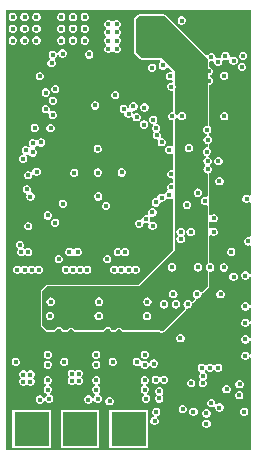
<source format=gbr>
%TF.GenerationSoftware,Altium Limited,Altium Designer,24.6.1 (21)*%
G04 Layer_Physical_Order=7*
G04 Layer_Color=16737945*
%FSLAX26Y26*%
%MOIN*%
%TF.SameCoordinates,E3325630-42F2-41CE-953C-F4D0AC061200*%
%TF.FilePolarity,Positive*%
%TF.FileFunction,Copper,L7,Inr,Signal*%
%TF.Part,Single*%
G01*
G75*
%TA.AperFunction,SMDPad,CuDef*%
%ADD14R,0.118110X0.118110*%
%TA.AperFunction,ViaPad*%
%ADD40C,0.017716*%
G36*
X821360Y854916D02*
X816360Y852845D01*
X814937Y854268D01*
X809843Y856378D01*
X804330D01*
X799237Y854268D01*
X795338Y850370D01*
X793228Y845276D01*
Y839763D01*
X795338Y834670D01*
X799237Y830771D01*
X804330Y828662D01*
X809843D01*
X814937Y830771D01*
X816360Y832195D01*
X821360Y830124D01*
Y717701D01*
X816360Y714360D01*
X815670Y714646D01*
X810157D01*
X805064Y712536D01*
X801165Y708637D01*
X799056Y703544D01*
Y698031D01*
X801165Y692937D01*
X805064Y689039D01*
X810157Y686929D01*
X815670D01*
X816360Y687215D01*
X821360Y683874D01*
Y591929D01*
X816360Y590934D01*
X814898Y594464D01*
X811000Y598363D01*
X805906Y600472D01*
X800393D01*
X795300Y598363D01*
X791401Y594464D01*
X789291Y589371D01*
Y583858D01*
X791401Y578764D01*
X795300Y574866D01*
X800393Y572756D01*
X805906D01*
X811000Y574866D01*
X814898Y578764D01*
X816360Y582294D01*
X821360Y581299D01*
Y489567D01*
X816360Y488572D01*
X814898Y492102D01*
X811000Y496000D01*
X805906Y498110D01*
X800393D01*
X795300Y496000D01*
X791401Y492102D01*
X789291Y487009D01*
Y481495D01*
X791401Y476402D01*
X795300Y472504D01*
X800393Y470394D01*
X805906D01*
X811000Y472504D01*
X814898Y476402D01*
X816360Y479932D01*
X821360Y478937D01*
Y434449D01*
X816360Y433454D01*
X814898Y436984D01*
X811000Y440882D01*
X805906Y442992D01*
X800393D01*
X795300Y440882D01*
X791401Y436984D01*
X789291Y431890D01*
Y426377D01*
X791401Y421284D01*
X795300Y417385D01*
X800393Y415276D01*
X805906D01*
X811000Y417385D01*
X814898Y421284D01*
X816360Y424814D01*
X821360Y423819D01*
Y379330D01*
X816360Y378336D01*
X814898Y381866D01*
X811000Y385764D01*
X805906Y387874D01*
X800393D01*
X795300Y385764D01*
X791401Y381866D01*
X789291Y376772D01*
Y371259D01*
X791401Y366166D01*
X795300Y362267D01*
X800393Y360158D01*
X805906D01*
X811000Y362267D01*
X814898Y366166D01*
X816360Y369696D01*
X821360Y368701D01*
Y324212D01*
X816360Y323218D01*
X814898Y326748D01*
X811000Y330646D01*
X805906Y332756D01*
X800393D01*
X795300Y330646D01*
X791401Y326748D01*
X789291Y321654D01*
Y316141D01*
X791401Y311048D01*
X795300Y307149D01*
X800393Y305039D01*
X805906D01*
X811000Y307149D01*
X814898Y311048D01*
X816360Y314577D01*
X821360Y313583D01*
Y5412D01*
X5412D01*
Y1470967D01*
X821360D01*
Y854916D01*
D02*
G37*
%LPC*%
G36*
X191733Y1462677D02*
X186220D01*
X181126Y1460567D01*
X177228Y1456669D01*
X175118Y1451575D01*
Y1446062D01*
X177228Y1440969D01*
X181126Y1437071D01*
X186220Y1434961D01*
X191733D01*
X196827Y1437071D01*
X200725Y1440969D01*
X202835Y1446062D01*
Y1451575D01*
X200725Y1456669D01*
X196827Y1460567D01*
X191733Y1462677D01*
D02*
G37*
G36*
X30316D02*
X24802D01*
X19709Y1460567D01*
X15811Y1456669D01*
X13701Y1451575D01*
Y1446062D01*
X15811Y1440969D01*
X19709Y1437071D01*
X24802Y1434961D01*
X30316D01*
X35409Y1437071D01*
X39307Y1440969D01*
X41417Y1446062D01*
Y1451575D01*
X39307Y1456669D01*
X35409Y1460567D01*
X30316Y1462677D01*
D02*
G37*
G36*
X270473Y1462677D02*
X264960D01*
X259867Y1460567D01*
X255968Y1456669D01*
X253858Y1451575D01*
Y1446062D01*
X255968Y1440969D01*
X259867Y1437070D01*
X264960Y1434961D01*
X270473D01*
X275567Y1437070D01*
X279465Y1440969D01*
X281575Y1446062D01*
Y1451575D01*
X279465Y1456669D01*
X275567Y1460567D01*
X270473Y1462677D01*
D02*
G37*
G36*
X231103D02*
X225590D01*
X220496Y1460567D01*
X216598Y1456669D01*
X214488Y1451575D01*
Y1446062D01*
X216598Y1440969D01*
X220496Y1437070D01*
X225590Y1434961D01*
X231103D01*
X236196Y1437070D01*
X240095Y1440969D01*
X242205Y1446062D01*
Y1451575D01*
X240095Y1456669D01*
X236196Y1460567D01*
X231103Y1462677D01*
D02*
G37*
G36*
X109056D02*
X103543D01*
X98449Y1460567D01*
X94551Y1456669D01*
X92441Y1451575D01*
Y1446062D01*
X94551Y1440969D01*
X98449Y1437070D01*
X103543Y1434961D01*
X109056D01*
X114149Y1437070D01*
X118048Y1440969D01*
X120157Y1446062D01*
Y1451575D01*
X118048Y1456669D01*
X114149Y1460567D01*
X109056Y1462677D01*
D02*
G37*
G36*
X69686D02*
X64172D01*
X59079Y1460567D01*
X55181Y1456669D01*
X53071Y1451575D01*
Y1446062D01*
X55181Y1440969D01*
X59079Y1437070D01*
X64172Y1434961D01*
X69686D01*
X74779Y1437070D01*
X78677Y1440969D01*
X80787Y1446062D01*
Y1451575D01*
X78677Y1456669D01*
X74779Y1460567D01*
X69686Y1462677D01*
D02*
G37*
G36*
X376772Y1439055D02*
X371259D01*
X366166Y1436945D01*
X363222Y1434001D01*
X360236Y1433433D01*
X357251Y1434001D01*
X354307Y1436945D01*
X349213Y1439055D01*
X343700D01*
X338607Y1436945D01*
X334708Y1433047D01*
X332599Y1427954D01*
Y1422440D01*
X334708Y1417347D01*
X337652Y1414403D01*
X338220Y1411417D01*
X337652Y1408432D01*
X334708Y1405488D01*
X332599Y1400394D01*
Y1394881D01*
X334708Y1389788D01*
X337652Y1386844D01*
X338220Y1383858D01*
X337652Y1380873D01*
X334708Y1377929D01*
X332599Y1372835D01*
Y1367322D01*
X334708Y1362229D01*
X337652Y1359285D01*
X338220Y1356299D01*
X337652Y1353314D01*
X334708Y1350370D01*
X332599Y1345276D01*
Y1339763D01*
X334708Y1334670D01*
X338607Y1330771D01*
X343700Y1328661D01*
X349213D01*
X354307Y1330771D01*
X357251Y1333715D01*
X360236Y1334283D01*
X363222Y1333715D01*
X366166Y1330771D01*
X371259Y1328661D01*
X376772D01*
X381866Y1330771D01*
X385764Y1334670D01*
X387874Y1339763D01*
Y1345276D01*
X385764Y1350370D01*
X382820Y1353314D01*
X382252Y1356299D01*
X382820Y1359285D01*
X385764Y1362229D01*
X387874Y1367322D01*
Y1372835D01*
X385764Y1377929D01*
X382820Y1380873D01*
X382252Y1383858D01*
X382820Y1386844D01*
X385764Y1389788D01*
X387874Y1394881D01*
Y1400394D01*
X385764Y1405488D01*
X382820Y1408432D01*
X382252Y1411417D01*
X382820Y1414403D01*
X385764Y1417347D01*
X387874Y1422440D01*
Y1427954D01*
X385764Y1433047D01*
X381866Y1436945D01*
X376772Y1439055D01*
D02*
G37*
G36*
X593308Y1450866D02*
X587795D01*
X582701Y1448756D01*
X578803Y1444858D01*
X576693Y1439764D01*
Y1434251D01*
X578803Y1429158D01*
X582701Y1425259D01*
X587795Y1423150D01*
X593308D01*
X598401Y1425259D01*
X602300Y1429158D01*
X604409Y1434251D01*
Y1439764D01*
X602300Y1444858D01*
X598401Y1448756D01*
X593308Y1450866D01*
D02*
G37*
G36*
X270473Y1423307D02*
X264960D01*
X259866Y1421197D01*
X255968Y1417299D01*
X253858Y1412205D01*
Y1406692D01*
X255968Y1401599D01*
X259866Y1397700D01*
X264960Y1395591D01*
X270473D01*
X275567Y1397700D01*
X279465Y1401599D01*
X281575Y1406692D01*
Y1412205D01*
X279465Y1417299D01*
X275567Y1421197D01*
X270473Y1423307D01*
D02*
G37*
G36*
X231103D02*
X225590D01*
X220496Y1421197D01*
X216598Y1417299D01*
X214488Y1412205D01*
Y1406692D01*
X216598Y1401599D01*
X220496Y1397700D01*
X225590Y1395591D01*
X231103D01*
X236196Y1397700D01*
X240095Y1401599D01*
X242205Y1406692D01*
Y1412205D01*
X240095Y1417299D01*
X236196Y1421197D01*
X231103Y1423307D01*
D02*
G37*
G36*
X191733D02*
X186220D01*
X181126Y1421197D01*
X177228Y1417299D01*
X175118Y1412205D01*
Y1406692D01*
X177228Y1401599D01*
X181126Y1397700D01*
X186220Y1395591D01*
X191733D01*
X196827Y1397700D01*
X200725Y1401599D01*
X202835Y1406692D01*
Y1412205D01*
X200725Y1417299D01*
X196827Y1421197D01*
X191733Y1423307D01*
D02*
G37*
G36*
X109056D02*
X103543D01*
X98449Y1421197D01*
X94551Y1417299D01*
X92441Y1412205D01*
Y1406692D01*
X94551Y1401599D01*
X98449Y1397700D01*
X103543Y1395591D01*
X109056D01*
X114149Y1397700D01*
X118047Y1401599D01*
X120157Y1406692D01*
Y1412205D01*
X118047Y1417299D01*
X114149Y1421197D01*
X109056Y1423307D01*
D02*
G37*
G36*
X69686D02*
X64172D01*
X59079Y1421197D01*
X55181Y1417299D01*
X53071Y1412205D01*
Y1406692D01*
X55181Y1401599D01*
X59079Y1397700D01*
X64172Y1395591D01*
X69686D01*
X74779Y1397700D01*
X78677Y1401599D01*
X80787Y1406692D01*
Y1412205D01*
X78677Y1417299D01*
X74779Y1421197D01*
X69686Y1423307D01*
D02*
G37*
G36*
X30316D02*
X24802D01*
X19709Y1421197D01*
X15811Y1417299D01*
X13701Y1412205D01*
Y1406692D01*
X15811Y1401599D01*
X19709Y1397700D01*
X24802Y1395591D01*
X30316D01*
X35409Y1397700D01*
X39307Y1401599D01*
X41417Y1406692D01*
Y1412205D01*
X39307Y1417299D01*
X35409Y1421197D01*
X30316Y1423307D01*
D02*
G37*
G36*
X231103Y1383937D02*
X225590D01*
X220496Y1381827D01*
X216598Y1377929D01*
X214488Y1372835D01*
Y1367322D01*
X216598Y1362229D01*
X220496Y1358330D01*
X225590Y1356221D01*
X231103D01*
X236196Y1358330D01*
X240095Y1362229D01*
X242205Y1367322D01*
Y1372835D01*
X240095Y1377929D01*
X236196Y1381827D01*
X231103Y1383937D01*
D02*
G37*
G36*
X191733D02*
X186220D01*
X181126Y1381827D01*
X177228Y1377929D01*
X175118Y1372835D01*
Y1367322D01*
X177228Y1362229D01*
X181126Y1358330D01*
X186220Y1356221D01*
X191733D01*
X196826Y1358330D01*
X200725Y1362229D01*
X202835Y1367322D01*
Y1372835D01*
X200725Y1377929D01*
X196826Y1381827D01*
X191733Y1383937D01*
D02*
G37*
G36*
X69686D02*
X64172D01*
X59079Y1381827D01*
X55181Y1377929D01*
X53071Y1372835D01*
Y1367322D01*
X55181Y1362229D01*
X59079Y1358330D01*
X64172Y1356221D01*
X69686D01*
X74779Y1358330D01*
X78677Y1362229D01*
X80787Y1367322D01*
Y1372835D01*
X78677Y1377929D01*
X74779Y1381827D01*
X69686Y1383937D01*
D02*
G37*
G36*
X30316D02*
X24802D01*
X19709Y1381827D01*
X15811Y1377929D01*
X13701Y1372835D01*
Y1367322D01*
X15811Y1362229D01*
X19709Y1358330D01*
X24802Y1356221D01*
X30316D01*
X35409Y1358330D01*
X39307Y1362229D01*
X41417Y1367322D01*
Y1372835D01*
X39307Y1377929D01*
X35409Y1381827D01*
X30316Y1383937D01*
D02*
G37*
G36*
X270473Y1383937D02*
X264960D01*
X259866Y1381827D01*
X255968Y1377929D01*
X253858Y1372835D01*
Y1367322D01*
X255968Y1362229D01*
X259866Y1358330D01*
X264960Y1356220D01*
X270473D01*
X275567Y1358330D01*
X279465Y1362229D01*
X281575Y1367322D01*
Y1372835D01*
X279465Y1377929D01*
X275567Y1381827D01*
X270473Y1383937D01*
D02*
G37*
G36*
X109056D02*
X103543D01*
X98449Y1381827D01*
X94551Y1377929D01*
X92441Y1372835D01*
Y1367322D01*
X94551Y1362229D01*
X98449Y1358330D01*
X103543Y1356220D01*
X109056D01*
X114149Y1358330D01*
X118047Y1362229D01*
X120157Y1367322D01*
Y1372835D01*
X118047Y1377929D01*
X114149Y1381827D01*
X109056Y1383937D01*
D02*
G37*
G36*
X196497Y1340630D02*
X190983D01*
X185890Y1338520D01*
X181992Y1334622D01*
X179882Y1329528D01*
Y1327853D01*
X179882Y1327536D01*
X174882Y1326542D01*
X174672Y1327048D01*
X173166Y1330685D01*
X169267Y1334583D01*
X164174Y1336693D01*
X158661D01*
X153567Y1334583D01*
X149669Y1330685D01*
X147559Y1325591D01*
Y1320078D01*
X149669Y1314985D01*
X151484Y1313169D01*
X150509Y1307353D01*
X149025Y1306738D01*
X145127Y1302840D01*
X143017Y1297747D01*
Y1292234D01*
X145127Y1287140D01*
X149025Y1283242D01*
X154118Y1281132D01*
X159632D01*
X164725Y1283242D01*
X168623Y1287140D01*
X170733Y1292234D01*
Y1297747D01*
X168623Y1302840D01*
X166808Y1304656D01*
X167784Y1310472D01*
X169267Y1311086D01*
X173166Y1314985D01*
X175275Y1320078D01*
Y1321753D01*
X175276Y1322070D01*
X180275Y1323065D01*
X180485Y1322558D01*
X181992Y1318922D01*
X185890Y1315023D01*
X190983Y1312914D01*
X196497D01*
X201590Y1315023D01*
X205488Y1318922D01*
X207598Y1324015D01*
Y1329528D01*
X205488Y1334622D01*
X201590Y1338520D01*
X196497Y1340630D01*
D02*
G37*
G36*
X285092Y1337835D02*
X279579D01*
X274486Y1335725D01*
X270587Y1331826D01*
X268478Y1326733D01*
Y1321220D01*
X270587Y1316127D01*
X274486Y1312228D01*
X279579Y1310118D01*
X285092D01*
X290186Y1312228D01*
X294084Y1316127D01*
X296194Y1321220D01*
Y1326733D01*
X294084Y1331826D01*
X290186Y1335725D01*
X285092Y1337835D01*
D02*
G37*
G36*
X798032Y1332756D02*
X792519D01*
X787426Y1330646D01*
X783527Y1326748D01*
X781417Y1321654D01*
Y1316141D01*
X783527Y1311048D01*
X787426Y1307149D01*
X792519Y1305039D01*
X798032D01*
X803126Y1307149D01*
X807024Y1311048D01*
X809134Y1316141D01*
Y1321654D01*
X807024Y1326748D01*
X803126Y1330646D01*
X798032Y1332756D01*
D02*
G37*
G36*
X531496Y1458168D02*
X531496Y1458168D01*
X448819D01*
X444992Y1456583D01*
X444992Y1456583D01*
X433181Y1444772D01*
X433181Y1444772D01*
X431596Y1440945D01*
X431596Y1440944D01*
Y1330709D01*
X431596Y1330709D01*
X433181Y1326882D01*
X452866Y1307197D01*
X456693Y1305611D01*
X456693Y1305612D01*
X516585D01*
X518021Y1303863D01*
X519709Y1299150D01*
X515811Y1295252D01*
X513701Y1290158D01*
Y1284645D01*
X515811Y1279552D01*
X519709Y1275653D01*
X524803Y1273543D01*
X530316D01*
X535409Y1275653D01*
X539308Y1279552D01*
X539618Y1280302D01*
X545516Y1281475D01*
X557037Y1269955D01*
X554205Y1265716D01*
X553938Y1265827D01*
X548424D01*
X543331Y1263717D01*
X539433Y1259819D01*
X537323Y1254725D01*
Y1249212D01*
X539433Y1244119D01*
X543331Y1240220D01*
X548424Y1238110D01*
X553938D01*
X556517Y1239179D01*
X560634Y1236704D01*
X560661Y1234647D01*
X556202Y1230393D01*
X553346D01*
X548252Y1228284D01*
X544354Y1224385D01*
X542244Y1219292D01*
Y1213779D01*
X544354Y1208685D01*
X548252Y1204787D01*
X553346Y1202677D01*
X558859D01*
X561517Y1200901D01*
Y1131968D01*
X556298D01*
X551205Y1129859D01*
X547307Y1125960D01*
X545197Y1120867D01*
Y1115354D01*
X547307Y1110260D01*
X551205Y1106362D01*
X556298Y1104252D01*
X561517D01*
Y1020367D01*
X556618Y1018195D01*
X551525Y1020305D01*
X546012D01*
X540918Y1018195D01*
X537020Y1014297D01*
X534910Y1009203D01*
Y1003690D01*
X537020Y998597D01*
X540918Y994698D01*
X546012Y992588D01*
X551525D01*
X556618Y994698D01*
X561517Y992526D01*
Y941489D01*
X557875Y939055D01*
X552362D01*
X547268Y936945D01*
X543370Y933047D01*
X541260Y927953D01*
Y922440D01*
X543370Y917347D01*
X547268Y913448D01*
X552362Y911339D01*
X557875D01*
X561517Y908905D01*
Y898182D01*
X557875Y895748D01*
X552361D01*
X547268Y893638D01*
X543370Y889740D01*
X541260Y884646D01*
Y879133D01*
X543370Y874040D01*
X541638Y868700D01*
X541241Y868536D01*
X537343Y864638D01*
X535733Y860752D01*
X533077Y859100D01*
X530233Y858513D01*
X526281Y860150D01*
X520768D01*
X515674Y858040D01*
X511776Y854142D01*
X509666Y849048D01*
Y848748D01*
X506694Y844567D01*
X505046Y844567D01*
X501180D01*
X496087Y842457D01*
X492189Y838559D01*
X490079Y833465D01*
Y827952D01*
X492189Y822859D01*
X496087Y818960D01*
X501180Y816850D01*
X506694D01*
X511787Y818960D01*
X515686Y822859D01*
X517795Y827952D01*
Y828253D01*
X520768Y832433D01*
X522415Y832433D01*
X526281D01*
X531374Y834543D01*
X535273Y838442D01*
X536882Y842327D01*
X539538Y843980D01*
X542382Y844566D01*
X546334Y842929D01*
X551848D01*
X556517Y844864D01*
X558669Y844097D01*
X561517Y842544D01*
Y671533D01*
X446577Y556593D01*
X141732D01*
X137905Y555008D01*
X137905Y555008D01*
X122157Y539260D01*
X120572Y535433D01*
X120572Y535433D01*
Y421260D01*
X122157Y417433D01*
X122158Y417433D01*
X137905Y401685D01*
X141732Y400100D01*
X141732Y400100D01*
X167756D01*
X169214Y400704D01*
X170762Y401012D01*
X171071Y401473D01*
X171583Y401685D01*
X172187Y403143D01*
X173064Y404456D01*
X173146Y404870D01*
X175013Y407664D01*
X177807Y409531D01*
X181102Y410187D01*
X184398Y409531D01*
X187192Y407664D01*
X189059Y404870D01*
X189141Y404456D01*
X190018Y403143D01*
X190622Y401685D01*
X191134Y401473D01*
X191442Y401012D01*
X192991Y400704D01*
X194449Y400100D01*
X207840D01*
X208352Y400312D01*
X208896Y400204D01*
X210209Y401081D01*
X211667Y401685D01*
X211879Y402197D01*
X212340Y402505D01*
X214377Y405554D01*
X217171Y407421D01*
X220466Y408076D01*
X223762Y407421D01*
X226556Y405554D01*
X228593Y402505D01*
X229054Y402197D01*
X229266Y401685D01*
X230724Y401081D01*
X232037Y400204D01*
X232581Y400312D01*
X233093Y400100D01*
X330000D01*
X331458Y400704D01*
X333007Y401012D01*
X333315Y401473D01*
X333827Y401685D01*
X334431Y403143D01*
X335308Y404456D01*
X335390Y404870D01*
X337257Y407664D01*
X340051Y409531D01*
X343346Y410187D01*
X346642Y409531D01*
X349436Y407664D01*
X351303Y404870D01*
X351385Y404456D01*
X352262Y403143D01*
X352866Y401685D01*
X353378Y401473D01*
X353687Y401012D01*
X355235Y400704D01*
X356693Y400100D01*
X369645D01*
X370158Y400312D01*
X370701Y400204D01*
X372014Y401081D01*
X373472Y401685D01*
X373685Y402197D01*
X374145Y402505D01*
X376517Y406054D01*
X379310Y407921D01*
X382606Y408576D01*
X385901Y407921D01*
X388695Y406054D01*
X391067Y402505D01*
X391527Y402197D01*
X391740Y401685D01*
X393198Y401081D01*
X394510Y400204D01*
X395054Y400312D01*
X395566Y400100D01*
X513294D01*
X515772Y397622D01*
X520865Y395512D01*
X526379D01*
X531472Y397622D01*
X535370Y401520D01*
X535521Y401883D01*
X605415Y471777D01*
X605523Y472038D01*
X605772Y472171D01*
X605922Y472664D01*
X606531Y474470D01*
X607001Y475604D01*
X611141Y477109D01*
X611885Y477284D01*
X612993D01*
X618086Y479393D01*
X621985Y483292D01*
X624094Y488385D01*
Y489492D01*
X624269Y490237D01*
X625774Y494377D01*
X626907Y494847D01*
X628714Y495456D01*
X629207Y495606D01*
X629340Y495855D01*
X629600Y495962D01*
X637273Y503635D01*
X637381Y503896D01*
X637630Y504029D01*
X638160Y505775D01*
X638859Y507462D01*
X640269Y508826D01*
X643585Y510748D01*
X644489D01*
X649582Y512858D01*
X653481Y516756D01*
X655591Y521850D01*
Y522753D01*
X657513Y526069D01*
X658876Y527480D01*
X660563Y528179D01*
X662310Y528709D01*
X662443Y528957D01*
X662703Y529065D01*
X680992Y547354D01*
X682577Y551181D01*
X682577Y551181D01*
Y599854D01*
X683267Y600315D01*
X688780D01*
X693874Y602425D01*
X697772Y606323D01*
X699882Y611417D01*
Y616930D01*
X697772Y622023D01*
X693874Y625922D01*
X688780Y628031D01*
X683267D01*
X682577Y628492D01*
Y719884D01*
X687577Y721955D01*
X688999Y720534D01*
X694092Y718424D01*
X699606D01*
X704699Y720534D01*
X708597Y724432D01*
X710707Y729525D01*
Y735039D01*
X708597Y740132D01*
X704699Y744030D01*
X699606Y746140D01*
X694092D01*
X688999Y744030D01*
X687577Y742609D01*
X682577Y744680D01*
Y766969D01*
X687577Y768966D01*
X690064Y766480D01*
X695157Y764370D01*
X700670D01*
X705764Y766480D01*
X709662Y770378D01*
X711772Y775472D01*
Y780985D01*
X709662Y786078D01*
X705764Y789977D01*
X700670Y792087D01*
X695157D01*
X690064Y789977D01*
X687577Y787490D01*
X682577Y789488D01*
Y817684D01*
X682374Y818174D01*
X682482Y818694D01*
X681605Y820033D01*
X680992Y821511D01*
X680578Y826334D01*
X681040Y826796D01*
X683149Y831889D01*
Y837402D01*
X681040Y842496D01*
X680578Y842958D01*
X680992Y847780D01*
X681605Y849259D01*
X682482Y850597D01*
X682374Y851117D01*
X682577Y851607D01*
Y926654D01*
X682469Y926915D01*
X682551Y927185D01*
X683001Y928444D01*
X684818Y929197D01*
X688717Y933095D01*
X690827Y938188D01*
Y943702D01*
X688717Y948795D01*
X685773Y951739D01*
X685205Y954724D01*
X685773Y957710D01*
X688717Y960654D01*
X690827Y965747D01*
Y971260D01*
X688717Y976354D01*
X684818Y980252D01*
X680613Y981994D01*
X679954Y985198D01*
X680116Y987200D01*
X682653Y988251D01*
X686552Y992150D01*
X688661Y997243D01*
Y1002756D01*
X686552Y1007850D01*
X682653Y1011748D01*
X682551Y1015538D01*
X682469Y1015808D01*
X682577Y1016068D01*
Y1025240D01*
X682092Y1026411D01*
X685015Y1027622D01*
X688914Y1031520D01*
X691024Y1036613D01*
Y1042127D01*
X688914Y1047220D01*
X685015Y1051118D01*
X680914Y1052817D01*
X681463Y1057789D01*
X681299Y1058352D01*
X681469Y1058913D01*
X682038Y1060502D01*
X683509Y1061112D01*
X687408Y1065010D01*
X689518Y1070104D01*
Y1075617D01*
X687408Y1080710D01*
X683509Y1084609D01*
X682551Y1087696D01*
X682469Y1087965D01*
X682577Y1088226D01*
Y1106704D01*
Y1222362D01*
X683859D01*
X688952Y1224472D01*
X692851Y1228370D01*
X694961Y1233464D01*
Y1238977D01*
X692851Y1244070D01*
X688952Y1247969D01*
X685829Y1249262D01*
Y1254675D01*
X688952Y1255968D01*
X692851Y1259867D01*
X694961Y1264960D01*
Y1270473D01*
X692851Y1275566D01*
X688952Y1279465D01*
X683859Y1281575D01*
X682577D01*
Y1298668D01*
X686220Y1301102D01*
X691733D01*
X693740Y1301934D01*
X698740Y1298593D01*
Y1296456D01*
X700850Y1291363D01*
X704748Y1287464D01*
X709842Y1285354D01*
X715355D01*
X720448Y1287464D01*
X724347Y1291363D01*
X726457Y1296456D01*
Y1301969D01*
X726060Y1302927D01*
X730003Y1306473D01*
X733464Y1305039D01*
X738977D01*
X744071Y1307149D01*
X745698Y1308777D01*
X749937Y1305945D01*
X749921Y1305906D01*
Y1300393D01*
X752031Y1295300D01*
X755929Y1291401D01*
X761023Y1289291D01*
X766536D01*
X771630Y1291401D01*
X775528Y1295300D01*
X777638Y1300393D01*
Y1305906D01*
X775528Y1311000D01*
X771630Y1314898D01*
X766536Y1317008D01*
X761023D01*
X755929Y1314898D01*
X754302Y1313270D01*
X750063Y1316102D01*
X750079Y1316141D01*
Y1321654D01*
X747969Y1326748D01*
X744071Y1330646D01*
X738977Y1332756D01*
X733464D01*
X728370Y1330646D01*
X724472Y1326748D01*
X722362Y1321654D01*
Y1316141D01*
X722759Y1315183D01*
X718816Y1311637D01*
X715355Y1313071D01*
X709842D01*
X707835Y1312239D01*
X702835Y1315580D01*
Y1317717D01*
X700725Y1322811D01*
X696826Y1326709D01*
X691733Y1328819D01*
X686220D01*
X681126Y1326709D01*
X677228Y1322811D01*
X676917Y1322060D01*
X671019Y1320887D01*
X535323Y1456583D01*
X531496Y1458168D01*
D02*
G37*
G36*
X794095Y1296339D02*
X788582D01*
X783489Y1294229D01*
X779590Y1290330D01*
X777481Y1285237D01*
Y1279724D01*
X779590Y1274630D01*
X783489Y1270732D01*
X788582Y1268622D01*
X794095D01*
X799189Y1270732D01*
X803087Y1274630D01*
X805197Y1279724D01*
Y1285237D01*
X803087Y1290330D01*
X799189Y1294229D01*
X794095Y1296339D01*
D02*
G37*
G36*
X494883Y1293386D02*
X489369D01*
X484276Y1291276D01*
X480378Y1287378D01*
X478268Y1282284D01*
Y1276771D01*
X480378Y1271678D01*
X484276Y1267779D01*
X489369Y1265669D01*
X494883D01*
X499976Y1267779D01*
X503874Y1271678D01*
X505984Y1276771D01*
Y1282284D01*
X503874Y1287378D01*
X499976Y1291276D01*
X494883Y1293386D01*
D02*
G37*
G36*
X735040Y1266811D02*
X729527D01*
X724433Y1264701D01*
X720535Y1260803D01*
X718425Y1255709D01*
Y1250196D01*
X720535Y1245103D01*
X724433Y1241204D01*
X729527Y1239095D01*
X735040D01*
X740134Y1241204D01*
X744032Y1245103D01*
X746142Y1250196D01*
Y1255709D01*
X744032Y1260803D01*
X740134Y1264701D01*
X735040Y1266811D01*
D02*
G37*
G36*
X120867Y1265827D02*
X115354D01*
X110260Y1263717D01*
X106362Y1259819D01*
X104252Y1254725D01*
Y1249212D01*
X106362Y1244119D01*
X110260Y1240220D01*
X115354Y1238110D01*
X120867D01*
X125960Y1240220D01*
X129859Y1244119D01*
X131968Y1249212D01*
Y1254725D01*
X129859Y1259819D01*
X125960Y1263717D01*
X120867Y1265827D01*
D02*
G37*
G36*
X172048Y1222520D02*
X166535D01*
X161441Y1220410D01*
X157543Y1216511D01*
X155433Y1211418D01*
Y1205905D01*
X157543Y1200811D01*
X161441Y1196913D01*
X166535Y1194803D01*
X172048D01*
X177141Y1196913D01*
X181040Y1200811D01*
X183149Y1205905D01*
Y1211418D01*
X181040Y1216511D01*
X177141Y1220410D01*
X172048Y1222520D01*
D02*
G37*
G36*
X140552Y1210708D02*
X135039D01*
X129945Y1208599D01*
X126047Y1204700D01*
X123937Y1199607D01*
Y1194094D01*
X126047Y1189000D01*
X129945Y1185102D01*
X135039Y1182992D01*
X140552D01*
X145645Y1185102D01*
X149544Y1189000D01*
X151654Y1194094D01*
Y1199607D01*
X149544Y1204700D01*
X145645Y1208599D01*
X140552Y1210708D01*
D02*
G37*
G36*
X371655Y1202480D02*
X366142D01*
X361048Y1200370D01*
X357150Y1196472D01*
X355040Y1191378D01*
Y1185865D01*
X357150Y1180772D01*
X361048Y1176873D01*
X366142Y1174763D01*
X371655D01*
X376748Y1176873D01*
X380647Y1180772D01*
X382757Y1185865D01*
Y1191378D01*
X380647Y1196472D01*
X376748Y1200370D01*
X371655Y1202480D01*
D02*
G37*
G36*
X164174Y1183149D02*
X158661D01*
X153567Y1181040D01*
X149669Y1177141D01*
X147559Y1172048D01*
Y1166535D01*
X149669Y1161441D01*
X153567Y1157543D01*
X158661Y1155433D01*
X164174D01*
X169267Y1157543D01*
X173166Y1161441D01*
X175275Y1166535D01*
Y1172048D01*
X173166Y1177141D01*
X169267Y1181040D01*
X164174Y1183149D01*
D02*
G37*
G36*
X432714Y1164317D02*
X427201D01*
X422107Y1162207D01*
X418209Y1158309D01*
X416099Y1153215D01*
Y1147702D01*
X416143Y1147597D01*
X412418Y1143524D01*
X411181Y1143911D01*
Y1144804D01*
X409071Y1149897D01*
X405173Y1153796D01*
X400079Y1155905D01*
X394566D01*
X389473Y1153796D01*
X385574Y1149897D01*
X383465Y1144804D01*
Y1139291D01*
X385574Y1134197D01*
X389473Y1130299D01*
X394566Y1128189D01*
X399528D01*
Y1123228D01*
X401637Y1118134D01*
X405536Y1114236D01*
X410629Y1112126D01*
X416142D01*
X421236Y1114236D01*
X421649Y1114649D01*
X426649Y1112578D01*
Y1111855D01*
X428758Y1106761D01*
X432657Y1102863D01*
X437750Y1100753D01*
X443263D01*
X448357Y1102863D01*
X452255Y1106761D01*
X454365Y1111855D01*
Y1117368D01*
X452255Y1122461D01*
X448357Y1126360D01*
X443263Y1128469D01*
X437750D01*
X432657Y1126360D01*
X432244Y1125947D01*
X427478Y1127921D01*
X426147Y1132638D01*
X428814Y1136475D01*
X428988Y1136600D01*
X432714D01*
X437807Y1138710D01*
X441706Y1142609D01*
X443816Y1147702D01*
Y1153215D01*
X441706Y1158309D01*
X437807Y1162207D01*
X432714Y1164317D01*
D02*
G37*
G36*
X304611Y1168012D02*
X299098D01*
X294005Y1165902D01*
X290106Y1162004D01*
X287996Y1156910D01*
Y1151397D01*
X290106Y1146304D01*
X294005Y1142405D01*
X299098Y1140295D01*
X304611D01*
X309705Y1142405D01*
X313603Y1146304D01*
X315713Y1151397D01*
Y1156910D01*
X313603Y1162004D01*
X309705Y1165902D01*
X304611Y1168012D01*
D02*
G37*
G36*
X469292Y1160512D02*
X463779D01*
X458685Y1158402D01*
X454787Y1154504D01*
X452677Y1149410D01*
Y1143897D01*
X454787Y1138803D01*
X458685Y1134905D01*
X463779Y1132795D01*
X469292D01*
X474385Y1134905D01*
X478284Y1138803D01*
X480394Y1143897D01*
Y1149410D01*
X478284Y1154504D01*
X474385Y1158402D01*
X469292Y1160512D01*
D02*
G37*
G36*
X140552Y1155590D02*
X135039D01*
X129945Y1153481D01*
X126047Y1149582D01*
X123937Y1144489D01*
Y1138976D01*
X126047Y1133882D01*
X129945Y1129984D01*
X135039Y1127874D01*
X140552D01*
X144013Y1129307D01*
X147956Y1125761D01*
X147559Y1124804D01*
Y1119291D01*
X149669Y1114197D01*
X153567Y1110299D01*
X158661Y1108189D01*
X164174D01*
X169267Y1110299D01*
X173166Y1114197D01*
X175275Y1119291D01*
Y1124804D01*
X173166Y1129897D01*
X169267Y1133796D01*
X164174Y1135905D01*
X158661D01*
X155200Y1134472D01*
X151257Y1138018D01*
X151654Y1138976D01*
Y1144489D01*
X149544Y1149582D01*
X145645Y1153481D01*
X140552Y1155590D01*
D02*
G37*
G36*
X735039Y1131966D02*
X729525D01*
X724432Y1129856D01*
X720534Y1125958D01*
X718424Y1120864D01*
Y1115351D01*
X720534Y1110258D01*
X724432Y1106360D01*
X729525Y1104250D01*
X735039D01*
X740132Y1106360D01*
X744030Y1110258D01*
X746140Y1115351D01*
Y1120864D01*
X744030Y1125958D01*
X740132Y1129856D01*
X735039Y1131966D01*
D02*
G37*
G36*
X467762Y1103971D02*
X462248D01*
X457155Y1101861D01*
X453257Y1097963D01*
X451147Y1092870D01*
Y1087357D01*
X453257Y1082263D01*
X457155Y1078365D01*
X462248Y1076255D01*
X467762D01*
X472855Y1078365D01*
X476753Y1082263D01*
X478863Y1087357D01*
Y1092870D01*
X476753Y1097963D01*
X472855Y1101861D01*
X467762Y1103971D01*
D02*
G37*
G36*
X103544Y1092598D02*
X98031D01*
X92937Y1090489D01*
X89039Y1086590D01*
X86929Y1081497D01*
Y1075984D01*
X89039Y1070890D01*
X92937Y1066992D01*
X98031Y1064882D01*
X103544D01*
X108637Y1066992D01*
X112536Y1070890D01*
X114646Y1075984D01*
Y1081497D01*
X112536Y1086590D01*
X108637Y1090489D01*
X103544Y1092598D01*
D02*
G37*
G36*
X156300Y1092520D02*
X150787D01*
X145693Y1090410D01*
X141795Y1086511D01*
X139685Y1081418D01*
Y1075905D01*
X141795Y1070811D01*
X145693Y1066913D01*
X150787Y1064803D01*
X156300D01*
X161393Y1066913D01*
X165292Y1070811D01*
X167401Y1075905D01*
Y1081418D01*
X165292Y1086511D01*
X161393Y1090410D01*
X156300Y1092520D01*
D02*
G37*
G36*
X124642Y1044744D02*
X119129D01*
X114035Y1042634D01*
X110137Y1038736D01*
X109998Y1038400D01*
X104193Y1037452D01*
X102338Y1039307D01*
X97245Y1041417D01*
X91732D01*
X86638Y1039307D01*
X82740Y1035409D01*
X80630Y1030316D01*
Y1024803D01*
X82740Y1019709D01*
X85281Y1017168D01*
X84869Y1014713D01*
X80547Y1013855D01*
X78716Y1015685D01*
X73623Y1017795D01*
X68109D01*
X63016Y1015685D01*
X59118Y1011787D01*
X57008Y1006694D01*
Y1001180D01*
X59118Y996087D01*
X60299Y994906D01*
X60092Y993045D01*
X58672Y989462D01*
X54651Y987796D01*
X50752Y983898D01*
X48643Y978804D01*
Y973291D01*
X50752Y968198D01*
X54651Y964299D01*
X59744Y962189D01*
X65257D01*
X70351Y964299D01*
X74249Y968198D01*
X76359Y973291D01*
Y978804D01*
X74249Y983898D01*
X73068Y985079D01*
X73275Y986940D01*
X74695Y990523D01*
X76665Y991339D01*
X82740Y989738D01*
X86638Y985840D01*
X91732Y983730D01*
X97245D01*
X102338Y985840D01*
X106237Y989738D01*
X108346Y994832D01*
Y1000345D01*
X106237Y1005438D01*
X102338Y1009337D01*
X101056Y1009868D01*
Y1015280D01*
X102338Y1015811D01*
X106237Y1019709D01*
X106376Y1020045D01*
X112180Y1020992D01*
X114035Y1019137D01*
X119129Y1017028D01*
X124642D01*
X129735Y1019137D01*
X133634Y1023036D01*
X135744Y1028129D01*
Y1033642D01*
X133634Y1038736D01*
X129735Y1042634D01*
X124642Y1044744D01*
D02*
G37*
G36*
X498820Y1120157D02*
X493306D01*
X488213Y1118048D01*
X484315Y1114149D01*
X482205Y1109056D01*
Y1103543D01*
X484315Y1098449D01*
X488213Y1094551D01*
X493306Y1092441D01*
X493942D01*
X496013Y1087441D01*
X494173Y1085600D01*
X492063Y1080507D01*
Y1074994D01*
X494173Y1069900D01*
X498071Y1066002D01*
X498252Y1065094D01*
X496126Y1062968D01*
X494016Y1057875D01*
Y1052361D01*
X496126Y1047268D01*
X500024Y1043370D01*
X505117Y1041260D01*
X508454D01*
X511609Y1036733D01*
X511629Y1036640D01*
X510412Y1033701D01*
Y1028188D01*
X512522Y1023095D01*
X516420Y1019196D01*
X521513Y1017087D01*
X527027D01*
X532120Y1019196D01*
X536018Y1023095D01*
X538128Y1028188D01*
Y1033701D01*
X536018Y1038795D01*
X532120Y1042693D01*
X527027Y1044803D01*
X523690D01*
X520535Y1049330D01*
X520515Y1049422D01*
X521732Y1052361D01*
Y1057875D01*
X519622Y1062968D01*
X515724Y1066866D01*
X515543Y1067774D01*
X517669Y1069900D01*
X519779Y1074994D01*
Y1080507D01*
X517669Y1085600D01*
X513771Y1089499D01*
X508678Y1091609D01*
X508042D01*
X505971Y1096609D01*
X507811Y1098449D01*
X509921Y1103543D01*
Y1109056D01*
X507811Y1114149D01*
X503913Y1118048D01*
X498820Y1120157D01*
D02*
G37*
G36*
X313304Y1023046D02*
X307790D01*
X302697Y1020936D01*
X298799Y1017037D01*
X296689Y1011944D01*
Y1006431D01*
X298799Y1001337D01*
X302697Y997439D01*
X307790Y995329D01*
X313304D01*
X318397Y997439D01*
X322295Y1001337D01*
X324405Y1006431D01*
Y1011944D01*
X322295Y1017037D01*
X318397Y1020936D01*
X313304Y1023046D01*
D02*
G37*
G36*
X715965Y982362D02*
X710452D01*
X705359Y980252D01*
X701460Y976354D01*
X699351Y971260D01*
Y965747D01*
X701460Y960654D01*
X705359Y956755D01*
X710452Y954646D01*
X715965D01*
X721059Y956755D01*
X724957Y960654D01*
X727067Y965747D01*
Y971260D01*
X724957Y976354D01*
X721059Y980252D01*
X715965Y982362D01*
D02*
G37*
G36*
X109883Y946929D02*
X104369D01*
X99276Y944819D01*
X95378Y940921D01*
X93268Y935827D01*
Y933402D01*
X88268Y931331D01*
X86590Y933008D01*
X81497Y935118D01*
X75984D01*
X70890Y933008D01*
X66992Y929110D01*
X64882Y924016D01*
Y918503D01*
X66992Y913410D01*
X70890Y909511D01*
X75984Y907402D01*
X81497D01*
X86590Y909511D01*
X90489Y913410D01*
X92598Y918503D01*
Y920929D01*
X97598Y923000D01*
X99276Y921322D01*
X104369Y919213D01*
X109883D01*
X114976Y921322D01*
X118874Y925221D01*
X120984Y930314D01*
Y935827D01*
X118874Y940921D01*
X114976Y944819D01*
X109883Y946929D01*
D02*
G37*
G36*
X393357Y944782D02*
X387844D01*
X382750Y942672D01*
X378852Y938774D01*
X376742Y933681D01*
Y928167D01*
X378852Y923074D01*
X382750Y919176D01*
X387844Y917066D01*
X393357D01*
X398450Y919176D01*
X402349Y923074D01*
X404459Y928167D01*
Y933681D01*
X402349Y938774D01*
X398450Y942672D01*
X393357Y944782D01*
D02*
G37*
G36*
X314199Y943887D02*
X308685D01*
X303592Y941777D01*
X299694Y937879D01*
X297584Y932785D01*
Y927272D01*
X299694Y922179D01*
X303592Y918280D01*
X308685Y916171D01*
X314199D01*
X319292Y918280D01*
X323190Y922179D01*
X325300Y927272D01*
Y932785D01*
X323190Y937879D01*
X319292Y941777D01*
X314199Y943887D01*
D02*
G37*
G36*
X235040Y942992D02*
X229527D01*
X224434Y940882D01*
X220535Y936984D01*
X218425Y931890D01*
Y926377D01*
X220535Y921284D01*
X224434Y917385D01*
X229527Y915276D01*
X235040D01*
X240133Y917385D01*
X244032Y921284D01*
X246142Y926377D01*
Y931890D01*
X244032Y936984D01*
X240133Y940882D01*
X235040Y942992D01*
D02*
G37*
G36*
X719292Y915433D02*
X713779D01*
X708685Y913323D01*
X704787Y909425D01*
X702677Y904331D01*
Y898818D01*
X704787Y893725D01*
X708685Y889826D01*
X713779Y887717D01*
X719292D01*
X724385Y889826D01*
X728284Y893725D01*
X730394Y898818D01*
Y904331D01*
X728284Y909425D01*
X724385Y913323D01*
X719292Y915433D01*
D02*
G37*
G36*
X315094Y864729D02*
X309580D01*
X304487Y862619D01*
X300589Y858720D01*
X298479Y853627D01*
Y848114D01*
X300589Y843020D01*
X304487Y839122D01*
X309580Y837012D01*
X315094D01*
X320187Y839122D01*
X324085Y843020D01*
X326195Y848114D01*
Y853627D01*
X324085Y858720D01*
X320187Y862619D01*
X315094Y864729D01*
D02*
G37*
G36*
X77560Y887874D02*
X72047D01*
X66953Y885764D01*
X63055Y881866D01*
X60945Y876772D01*
Y871259D01*
X63055Y866166D01*
X66953Y862267D01*
X70862Y860648D01*
X72130Y859886D01*
X73588Y855158D01*
X72756Y853149D01*
Y847635D01*
X74866Y842542D01*
X78764Y838644D01*
X83857Y836534D01*
X89371D01*
X94464Y838644D01*
X98362Y842542D01*
X100472Y847635D01*
Y853149D01*
X98362Y858242D01*
X94464Y862140D01*
X90555Y863760D01*
X89287Y864522D01*
X87829Y869250D01*
X88661Y871259D01*
Y876772D01*
X86552Y881866D01*
X82653Y885764D01*
X77560Y887874D01*
D02*
G37*
G36*
X197348Y839841D02*
X191834D01*
X186741Y837732D01*
X182843Y833833D01*
X180733Y828740D01*
Y823227D01*
X182843Y818133D01*
X186741Y814235D01*
X191834Y812125D01*
X197348D01*
X202441Y814235D01*
X206339Y818133D01*
X208449Y823227D01*
Y828740D01*
X206339Y833833D01*
X202441Y837732D01*
X197348Y839841D01*
D02*
G37*
G36*
X341339Y832756D02*
X335826D01*
X330733Y830646D01*
X326834Y826748D01*
X324724Y821654D01*
Y816141D01*
X326834Y811048D01*
X330733Y807149D01*
X335826Y805039D01*
X341339D01*
X346433Y807149D01*
X350331Y811048D01*
X352441Y816141D01*
Y821654D01*
X350331Y826748D01*
X346433Y830646D01*
X341339Y832756D01*
D02*
G37*
G36*
X495847Y810957D02*
X490334D01*
X485240Y808847D01*
X481342Y804948D01*
X479232Y799855D01*
Y794342D01*
X480118Y792203D01*
X476291Y788376D01*
X474760Y789011D01*
X469246D01*
X464153Y786901D01*
X460255Y783003D01*
X458145Y777909D01*
Y776392D01*
X453145Y773051D01*
X451575Y773701D01*
X446062D01*
X440969Y771591D01*
X437070Y767692D01*
X434961Y762599D01*
Y757086D01*
X437070Y751992D01*
X440969Y748094D01*
X446062Y745984D01*
X451575D01*
X456669Y748094D01*
X460567Y751992D01*
X462677Y757086D01*
Y758603D01*
X467677Y761944D01*
X469246Y761294D01*
X474760D01*
X477578Y762462D01*
X481321Y758600D01*
X479968Y755335D01*
Y749822D01*
X482078Y744729D01*
X485976Y740830D01*
X491070Y738721D01*
X496583D01*
X501676Y740830D01*
X505575Y744729D01*
X507685Y749822D01*
Y755335D01*
X505575Y760429D01*
X501676Y764327D01*
X496583Y766437D01*
X491070D01*
X488251Y765269D01*
X484509Y769131D01*
X485861Y772396D01*
Y777909D01*
X484975Y780048D01*
X488802Y783875D01*
X490334Y783240D01*
X495847D01*
X500940Y785350D01*
X504839Y789249D01*
X506949Y794342D01*
Y799855D01*
X504839Y804948D01*
X500940Y808847D01*
X495847Y810957D01*
D02*
G37*
G36*
X147026Y801213D02*
X141512D01*
X136419Y799103D01*
X132521Y795205D01*
X130411Y790111D01*
Y784598D01*
X132521Y779505D01*
X136419Y775606D01*
X141512Y773497D01*
X147026D01*
X152119Y775606D01*
X156017Y779505D01*
X158127Y784598D01*
Y790111D01*
X156017Y795205D01*
X152119Y799103D01*
X147026Y801213D01*
D02*
G37*
G36*
X171524Y776715D02*
X166011D01*
X160917Y774605D01*
X157019Y770707D01*
X154909Y765613D01*
Y760100D01*
X157019Y755007D01*
X160917Y751108D01*
X166011Y748998D01*
X171524D01*
X176617Y751108D01*
X180516Y755007D01*
X182625Y760100D01*
Y765613D01*
X180516Y770707D01*
X176617Y774605D01*
X171524Y776715D01*
D02*
G37*
G36*
X81497Y765827D02*
X75984D01*
X70890Y763717D01*
X66992Y759818D01*
X64882Y754725D01*
Y749212D01*
X66992Y744119D01*
X70890Y740220D01*
X75984Y738110D01*
X81497D01*
X86590Y740220D01*
X90489Y744119D01*
X92598Y749212D01*
Y754725D01*
X90489Y759818D01*
X86590Y763717D01*
X81497Y765827D01*
D02*
G37*
G36*
X246851Y679212D02*
X241338D01*
X236244Y677103D01*
X233300Y674159D01*
X230315Y673591D01*
X227329Y674159D01*
X224385Y677103D01*
X219292Y679212D01*
X213779D01*
X208685Y677103D01*
X204787Y673204D01*
X202677Y668111D01*
Y662598D01*
X204787Y657504D01*
X208685Y653606D01*
X213779Y651496D01*
X219292D01*
X224385Y653606D01*
X227329Y656550D01*
X230315Y657118D01*
X233300Y656550D01*
X236244Y653606D01*
X241338Y651496D01*
X246851D01*
X251944Y653606D01*
X255843Y657504D01*
X257953Y662598D01*
Y668111D01*
X255843Y673204D01*
X251944Y677103D01*
X246851Y679212D01*
D02*
G37*
G36*
X404331D02*
X398818D01*
X393725Y677103D01*
X393030Y676408D01*
X389764Y673265D01*
X386497Y676408D01*
X385803Y677103D01*
X380709Y679212D01*
X375196D01*
X370103Y677103D01*
X366204Y673204D01*
X364095Y668111D01*
Y662598D01*
X366204Y657504D01*
X370103Y653606D01*
X375196Y651496D01*
X380709D01*
X385803Y653606D01*
X386497Y654301D01*
X389764Y657444D01*
X393030Y654301D01*
X393725Y653606D01*
X398818Y651496D01*
X404331D01*
X409425Y653606D01*
X413323Y657504D01*
X415433Y662598D01*
Y668111D01*
X413323Y673204D01*
X409425Y677103D01*
X404331Y679212D01*
D02*
G37*
G36*
X758662D02*
X753149D01*
X748056Y677103D01*
X744157Y673204D01*
X742047Y668111D01*
Y662598D01*
X744157Y657504D01*
X748056Y653606D01*
X753149Y651496D01*
X758662D01*
X763755Y653606D01*
X767654Y657504D01*
X769764Y662598D01*
Y668111D01*
X767654Y673204D01*
X763755Y677103D01*
X758662Y679212D01*
D02*
G37*
G36*
X53938Y702835D02*
X48425D01*
X43331Y700725D01*
X39433Y696826D01*
X37323Y691733D01*
Y686220D01*
X39433Y681126D01*
X43331Y677228D01*
X44005Y673840D01*
X43370Y673204D01*
X41260Y668111D01*
Y662598D01*
X43370Y657504D01*
X47268Y653606D01*
X52361Y651496D01*
X57875D01*
X62968Y653606D01*
X63663Y654301D01*
X66929Y657444D01*
X70196Y654301D01*
X70890Y653606D01*
X75984Y651496D01*
X81497D01*
X86590Y653606D01*
X90489Y657504D01*
X92598Y662598D01*
Y668111D01*
X90489Y673204D01*
X86590Y677103D01*
X81497Y679212D01*
X75984D01*
X70890Y677103D01*
X70196Y676408D01*
X68316Y674599D01*
X63726Y677122D01*
X62929Y681126D01*
X65039Y686220D01*
Y691733D01*
X62929Y696826D01*
X59031Y700725D01*
X53938Y702835D01*
D02*
G37*
G36*
X345198Y655591D02*
X339684D01*
X334591Y653481D01*
X330693Y649582D01*
X328583Y644489D01*
Y638976D01*
X330693Y633882D01*
X334591Y629984D01*
X339684Y627874D01*
X345198D01*
X350291Y629984D01*
X354189Y633882D01*
X356299Y638976D01*
Y644489D01*
X354189Y649582D01*
X350291Y653481D01*
X345198Y655591D01*
D02*
G37*
G36*
X183780D02*
X178267D01*
X173174Y653481D01*
X169275Y649582D01*
X167165Y644489D01*
Y638976D01*
X169275Y633882D01*
X173174Y629984D01*
X178267Y627874D01*
X183780D01*
X188874Y629984D01*
X192772Y633882D01*
X194882Y638976D01*
Y644489D01*
X192772Y649582D01*
X188874Y653481D01*
X183780Y655591D01*
D02*
G37*
G36*
X439765Y620158D02*
X434251D01*
X429158Y618048D01*
X428463Y617353D01*
X425197Y614210D01*
X421930Y617353D01*
X421236Y618048D01*
X416142Y620158D01*
X410629D01*
X405536Y618048D01*
X404841Y617353D01*
X401575Y614210D01*
X398308Y617353D01*
X397614Y618048D01*
X392521Y620158D01*
X387007D01*
X381914Y618048D01*
X381219Y617353D01*
X377953Y614210D01*
X374686Y617353D01*
X373992Y618048D01*
X368898Y620158D01*
X363385D01*
X358292Y618048D01*
X354393Y614149D01*
X352284Y609056D01*
Y603543D01*
X354393Y598449D01*
X358292Y594551D01*
X363385Y592441D01*
X368898D01*
X373992Y594551D01*
X374686Y595245D01*
X377953Y598389D01*
X381219Y595245D01*
X381914Y594551D01*
X387007Y592441D01*
X392521D01*
X397614Y594551D01*
X398308Y595245D01*
X401575Y598389D01*
X404841Y595245D01*
X405536Y594551D01*
X410629Y592441D01*
X416142D01*
X421236Y594551D01*
X421930Y595245D01*
X425197Y598389D01*
X428463Y595245D01*
X429158Y594551D01*
X434251Y592441D01*
X439765D01*
X444858Y594551D01*
X448756Y598449D01*
X450866Y603543D01*
Y609056D01*
X448756Y614149D01*
X444858Y618048D01*
X439765Y620158D01*
D02*
G37*
G36*
X278347D02*
X272834D01*
X267741Y618048D01*
X267046Y617353D01*
X263779Y614210D01*
X260513Y617353D01*
X259818Y618048D01*
X254725Y620158D01*
X249212D01*
X244119Y618048D01*
X243424Y617353D01*
X240157Y614210D01*
X236891Y617353D01*
X236196Y618048D01*
X231103Y620158D01*
X225590D01*
X220496Y618048D01*
X219802Y617353D01*
X216535Y614210D01*
X213269Y617353D01*
X212574Y618048D01*
X207481Y620158D01*
X201968D01*
X196874Y618048D01*
X192976Y614149D01*
X190866Y609056D01*
Y603543D01*
X192976Y598449D01*
X196874Y594551D01*
X201968Y592441D01*
X207481D01*
X212574Y594551D01*
X213269Y595245D01*
X216536Y598389D01*
X219802Y595245D01*
X220496Y594551D01*
X225590Y592441D01*
X231103D01*
X236196Y594551D01*
X236891Y595245D01*
X240157Y598389D01*
X243424Y595245D01*
X244119Y594551D01*
X249212Y592441D01*
X254725D01*
X259818Y594551D01*
X260513Y595245D01*
X263780Y598389D01*
X267046Y595245D01*
X267741Y594551D01*
X272834Y592441D01*
X278347D01*
X283441Y594551D01*
X287339Y598449D01*
X289449Y603543D01*
Y609056D01*
X287339Y614149D01*
X283441Y618048D01*
X278347Y620158D01*
D02*
G37*
G36*
X116930D02*
X111417D01*
X106323Y618048D01*
X105629Y617353D01*
X102362Y614210D01*
X99096Y617353D01*
X98401Y618048D01*
X93308Y620158D01*
X87795D01*
X82701Y618048D01*
X82007Y617353D01*
X78740Y614210D01*
X75474Y617353D01*
X74779Y618048D01*
X69686Y620158D01*
X64173D01*
X59079Y618048D01*
X58385Y617353D01*
X55118Y614210D01*
X51852Y617353D01*
X51157Y618048D01*
X46064Y620158D01*
X40550D01*
X35457Y618048D01*
X31559Y614149D01*
X29449Y609056D01*
Y603543D01*
X31559Y598449D01*
X35457Y594551D01*
X40550Y592441D01*
X46064D01*
X51157Y594551D01*
X51852Y595245D01*
X55118Y598389D01*
X58385Y595245D01*
X59079Y594551D01*
X64173Y592441D01*
X69686D01*
X74779Y594551D01*
X75474Y595245D01*
X78740Y598389D01*
X82007Y595245D01*
X82701Y594551D01*
X87795Y592441D01*
X93308D01*
X98401Y594551D01*
X99096Y595245D01*
X102362Y598389D01*
X105629Y595245D01*
X106323Y594551D01*
X111417Y592441D01*
X116930D01*
X122023Y594551D01*
X125922Y598449D01*
X128031Y603543D01*
Y609056D01*
X125922Y614149D01*
X122023Y618048D01*
X116930Y620158D01*
D02*
G37*
G36*
X734056Y628031D02*
X728543D01*
X723449Y625922D01*
X719551Y622023D01*
X717441Y616930D01*
Y611417D01*
X719551Y606323D01*
X723449Y602425D01*
X728543Y600315D01*
X734056D01*
X739149Y602425D01*
X743048Y606323D01*
X745157Y611417D01*
Y616930D01*
X743048Y622023D01*
X739149Y625922D01*
X734056Y628031D01*
D02*
G37*
G36*
X766536Y596535D02*
X761023D01*
X755929Y594426D01*
X752031Y590527D01*
X749921Y585434D01*
Y579921D01*
X752031Y574827D01*
X755929Y570929D01*
X761023Y568819D01*
X766536D01*
X771630Y570929D01*
X775528Y574827D01*
X777638Y579921D01*
Y585434D01*
X775528Y590527D01*
X771630Y594426D01*
X766536Y596535D01*
D02*
G37*
G36*
X723229Y538465D02*
X717716D01*
X712622Y536355D01*
X708724Y532456D01*
X706614Y527363D01*
Y521850D01*
X708724Y516756D01*
X712622Y512858D01*
X717716Y510748D01*
X723229D01*
X728322Y512858D01*
X732221Y516756D01*
X734331Y521850D01*
Y527363D01*
X732221Y532456D01*
X728322Y536355D01*
X723229Y538465D01*
D02*
G37*
G36*
X588962Y391890D02*
X583448D01*
X578355Y389780D01*
X574457Y385882D01*
X572347Y380788D01*
Y375275D01*
X574457Y370182D01*
X578355Y366283D01*
X583448Y364173D01*
X588962D01*
X594055Y366283D01*
X597953Y370182D01*
X600063Y375275D01*
Y380788D01*
X597953Y385882D01*
X594055Y389780D01*
X588962Y391890D01*
D02*
G37*
G36*
X470080Y336693D02*
X464566D01*
X459473Y334583D01*
X455575Y330685D01*
X453465Y325591D01*
Y320078D01*
X455575Y314985D01*
X459473Y311086D01*
X464566Y308976D01*
X470080D01*
X475173Y311086D01*
X479071Y314985D01*
X481181Y320078D01*
Y325591D01*
X479071Y330685D01*
X475173Y334583D01*
X470080Y336693D01*
D02*
G37*
G36*
X308662D02*
X303149D01*
X298055Y334583D01*
X294157Y330685D01*
X292047Y325591D01*
Y320078D01*
X294157Y314985D01*
X298055Y311086D01*
X303149Y308976D01*
X308662D01*
X313755Y311086D01*
X317654Y314985D01*
X319764Y320078D01*
Y325591D01*
X317654Y330685D01*
X313755Y334583D01*
X308662Y336693D01*
D02*
G37*
G36*
X147245D02*
X141732D01*
X136638Y334583D01*
X132740Y330685D01*
X130630Y325591D01*
Y320078D01*
X132740Y314985D01*
X136638Y311086D01*
X141732Y308976D01*
X147245D01*
X152338Y311086D01*
X156237Y314985D01*
X158346Y320078D01*
Y325591D01*
X156237Y330685D01*
X152338Y334583D01*
X147245Y336693D01*
D02*
G37*
G36*
X715355Y293386D02*
X709842D01*
X704748Y291276D01*
X701804Y288332D01*
X698819Y287764D01*
X695833Y288332D01*
X692889Y291276D01*
X687796Y293386D01*
X682283D01*
X677189Y291276D01*
X674245Y288332D01*
X671260Y287764D01*
X668274Y288332D01*
X665330Y291276D01*
X660237Y293386D01*
X654724D01*
X649630Y291276D01*
X645732Y287378D01*
X643622Y282284D01*
Y276771D01*
X645732Y271678D01*
X649630Y267779D01*
X651608Y266960D01*
X651806Y266615D01*
X652401Y261219D01*
X650090Y258909D01*
X647981Y253816D01*
Y248302D01*
X650090Y243209D01*
X653386Y239913D01*
X649669Y236196D01*
X647559Y231103D01*
Y225590D01*
X649669Y220496D01*
X653567Y216598D01*
X658661Y214488D01*
X664174D01*
X669267Y216598D01*
X673166Y220496D01*
X675275Y225590D01*
Y231103D01*
X673166Y236196D01*
X669870Y239492D01*
X673587Y243209D01*
X675697Y248302D01*
Y253816D01*
X673587Y258909D01*
X669689Y262807D01*
X667711Y263627D01*
X667513Y263971D01*
X666918Y269367D01*
X668274Y270723D01*
X671260Y271291D01*
X674245Y270723D01*
X677189Y267779D01*
X682283Y265669D01*
X687796D01*
X692889Y267779D01*
X695833Y270723D01*
X698819Y271291D01*
X701804Y270723D01*
X704748Y267779D01*
X709842Y265669D01*
X715355D01*
X720448Y267779D01*
X724347Y271678D01*
X726457Y276771D01*
Y282284D01*
X724347Y287378D01*
X720448Y291276D01*
X715355Y293386D01*
D02*
G37*
G36*
X363387Y313071D02*
X357873D01*
X352780Y310961D01*
X348882Y307063D01*
X346772Y301969D01*
Y296456D01*
X348882Y291363D01*
X352780Y287464D01*
X357873Y285354D01*
X363387D01*
X368480Y287464D01*
X372378Y291363D01*
X374488Y296456D01*
Y301969D01*
X372378Y307063D01*
X368480Y310961D01*
X363387Y313071D01*
D02*
G37*
G36*
X201969D02*
X196456D01*
X191363Y310961D01*
X187464Y307063D01*
X185355Y301969D01*
Y296456D01*
X187464Y291363D01*
X191363Y287464D01*
X196456Y285354D01*
X201969D01*
X207063Y287464D01*
X210961Y291363D01*
X213071Y296456D01*
Y301969D01*
X210961Y307063D01*
X207063Y310961D01*
X201969Y313071D01*
D02*
G37*
G36*
X40552D02*
X35039D01*
X29945Y310961D01*
X26047Y307063D01*
X23937Y301969D01*
Y296456D01*
X26047Y291363D01*
X29945Y287464D01*
X35039Y285354D01*
X40552D01*
X45645Y287464D01*
X49544Y291363D01*
X51654Y296456D01*
Y301969D01*
X49544Y307063D01*
X45645Y310961D01*
X40552Y313071D01*
D02*
G37*
G36*
X443534Y313166D02*
X438021D01*
X432928Y311056D01*
X429029Y307158D01*
X426919Y302064D01*
Y296551D01*
X429029Y291457D01*
X432928Y287559D01*
X438021Y285449D01*
X443534D01*
X448627Y287559D01*
X449695Y287457D01*
X453984Y285844D01*
X455575Y282005D01*
X459473Y278106D01*
X464566Y275997D01*
X470080D01*
X475173Y278106D01*
X479071Y282005D01*
X480695Y285925D01*
X485006Y286551D01*
X485901Y286423D01*
X486315Y285426D01*
X490213Y281527D01*
X495306Y279417D01*
X500820D01*
X505913Y281527D01*
X509811Y285426D01*
X511921Y290519D01*
Y296032D01*
X509811Y301126D01*
X505913Y305024D01*
X500820Y307134D01*
X495306D01*
X490213Y305024D01*
X486315Y301126D01*
X484690Y297205D01*
X480380Y296579D01*
X479484Y296708D01*
X479071Y297705D01*
X475173Y301603D01*
X470080Y303713D01*
X464566D01*
X459473Y301603D01*
X458405Y301705D01*
X454116Y303318D01*
X452526Y307158D01*
X448627Y311056D01*
X443534Y313166D01*
D02*
G37*
G36*
X308662Y303713D02*
X303149D01*
X298055Y301603D01*
X294157Y297705D01*
X292047Y292611D01*
Y287098D01*
X294157Y282005D01*
X298055Y278106D01*
X303149Y275997D01*
X308662D01*
X313755Y278106D01*
X317654Y282005D01*
X319764Y287098D01*
Y292611D01*
X317654Y297705D01*
X313755Y301603D01*
X308662Y303713D01*
D02*
G37*
G36*
X147245D02*
X141732D01*
X136638Y301603D01*
X132740Y297705D01*
X130630Y292611D01*
Y287098D01*
X132740Y282005D01*
X136638Y278106D01*
X141732Y275997D01*
X147245D01*
X152338Y278106D01*
X156237Y282005D01*
X158346Y287098D01*
Y292611D01*
X156237Y297705D01*
X152338Y301603D01*
X147245Y303713D01*
D02*
G37*
G36*
X250788Y273701D02*
X245275D01*
X240181Y271591D01*
X239487Y270896D01*
X236220Y267753D01*
X232954Y270896D01*
X232259Y271591D01*
X227166Y273701D01*
X221653D01*
X216559Y271591D01*
X212661Y267692D01*
X210551Y262599D01*
Y257086D01*
X212661Y251993D01*
X213356Y251298D01*
X216499Y248031D01*
X213356Y244765D01*
X212661Y244071D01*
X210551Y238977D01*
Y233464D01*
X212661Y228370D01*
X216559Y224472D01*
X221653Y222362D01*
X227166D01*
X232259Y224472D01*
X232954Y225167D01*
X236220Y228310D01*
X239487Y225167D01*
X240181Y224472D01*
X245275Y222362D01*
X250788D01*
X255881Y224472D01*
X259780Y228370D01*
X261890Y233464D01*
Y238977D01*
X259780Y244071D01*
X259085Y244765D01*
X255942Y248031D01*
X259085Y251298D01*
X259780Y251993D01*
X261890Y257086D01*
Y262599D01*
X259780Y267692D01*
X255881Y271591D01*
X250788Y273701D01*
D02*
G37*
G36*
X89371Y270748D02*
X83857D01*
X78764Y268638D01*
X78069Y267944D01*
X74803Y264800D01*
X71537Y267944D01*
X70842Y268638D01*
X65749Y270748D01*
X60235D01*
X55142Y268638D01*
X51243Y264740D01*
X49134Y259646D01*
Y254133D01*
X51243Y249040D01*
X51938Y248345D01*
X55081Y245079D01*
X51938Y241812D01*
X51243Y241118D01*
X49134Y236024D01*
Y230511D01*
X51243Y225418D01*
X55142Y221519D01*
X60235Y219410D01*
X65749D01*
X70842Y221519D01*
X71537Y222214D01*
X74803Y225357D01*
X78069Y222214D01*
X78764Y221519D01*
X83857Y219410D01*
X89371D01*
X94464Y221519D01*
X98362Y225418D01*
X100472Y230511D01*
Y236024D01*
X98362Y241118D01*
X97668Y241812D01*
X94524Y245079D01*
X97668Y248345D01*
X98362Y249040D01*
X100472Y254133D01*
Y259646D01*
X98362Y264740D01*
X94464Y268638D01*
X89371Y270748D01*
D02*
G37*
G36*
X534253Y253405D02*
X528740D01*
X523646Y251296D01*
X520702Y248352D01*
X517716Y247784D01*
X514731Y248352D01*
X511787Y251296D01*
X506694Y253405D01*
X501180D01*
X496087Y251296D01*
X492189Y247397D01*
X490079Y242304D01*
Y236791D01*
X492189Y231697D01*
X496087Y227799D01*
X501180Y225689D01*
X506694D01*
X511787Y227799D01*
X514731Y230743D01*
X517717Y231311D01*
X520702Y230743D01*
X523646Y227799D01*
X528740Y225689D01*
X534253D01*
X539346Y227799D01*
X543245Y231697D01*
X545354Y236791D01*
Y242304D01*
X543245Y247397D01*
X539346Y251296D01*
X534253Y253405D01*
D02*
G37*
G36*
X624804Y242205D02*
X619291D01*
X614197Y240095D01*
X610299Y236196D01*
X608189Y231103D01*
Y225590D01*
X610299Y220496D01*
X614197Y216598D01*
X619291Y214488D01*
X624804D01*
X629897Y216598D01*
X633796Y220496D01*
X635905Y225590D01*
Y231103D01*
X633796Y236196D01*
X629897Y240095D01*
X624804Y242205D01*
D02*
G37*
G36*
X786229Y238260D02*
X780716D01*
X775622Y236150D01*
X771724Y232251D01*
X769614Y227158D01*
Y221645D01*
X771724Y216551D01*
X775622Y212653D01*
X780716Y210543D01*
X786229D01*
X791322Y212653D01*
X795221Y216551D01*
X797331Y221645D01*
Y227158D01*
X795221Y232251D01*
X791322Y236150D01*
X786229Y238260D01*
D02*
G37*
G36*
X742914Y221614D02*
X737401D01*
X732308Y219504D01*
X728409Y215606D01*
X726299Y210513D01*
Y204999D01*
X728409Y199906D01*
X732308Y196008D01*
X737401Y193898D01*
X742914D01*
X748008Y196008D01*
X751906Y199906D01*
X754016Y204999D01*
Y210513D01*
X751906Y215606D01*
X748008Y219504D01*
X742914Y221614D01*
D02*
G37*
G36*
X308662Y252047D02*
X303149D01*
X298055Y249937D01*
X294157Y246039D01*
X292047Y240946D01*
Y235432D01*
X294157Y230339D01*
X298055Y226440D01*
X301178Y225147D01*
Y219735D01*
X298055Y218441D01*
X294157Y214543D01*
X292047Y209450D01*
Y203936D01*
X294157Y198843D01*
X298055Y194945D01*
X302026Y193300D01*
X302720Y188833D01*
X302636Y188047D01*
X298898Y184309D01*
X297124Y180026D01*
X294221Y179381D01*
X291918Y179529D01*
X291276Y181078D01*
X287378Y184977D01*
X282284Y187087D01*
X276771D01*
X271678Y184977D01*
X267779Y181078D01*
X265669Y175985D01*
Y170472D01*
X267779Y165378D01*
X271678Y161480D01*
X276771Y159370D01*
X282284D01*
X287378Y161480D01*
X291276Y165378D01*
X293050Y169661D01*
X295953Y170306D01*
X298256Y170158D01*
X298898Y168608D01*
X302796Y164710D01*
X307889Y162600D01*
X313403D01*
X318496Y164710D01*
X322394Y168608D01*
X324504Y173702D01*
Y179215D01*
X322394Y184309D01*
X318496Y188207D01*
X314526Y189851D01*
X313831Y194319D01*
X313915Y195104D01*
X317654Y198843D01*
X319764Y203936D01*
Y209450D01*
X317654Y214543D01*
X313755Y218441D01*
X310633Y219735D01*
Y225147D01*
X313755Y226440D01*
X317654Y230339D01*
X319764Y235432D01*
Y240946D01*
X317654Y246039D01*
X313755Y249937D01*
X308662Y252047D01*
D02*
G37*
G36*
X147245D02*
X141732D01*
X136638Y249937D01*
X132740Y246039D01*
X130630Y240946D01*
Y235432D01*
X132740Y230339D01*
X136638Y226440D01*
X139761Y225147D01*
Y219735D01*
X136638Y218441D01*
X132740Y214543D01*
X130630Y209450D01*
Y203936D01*
X132740Y198843D01*
X136638Y194945D01*
X140608Y193300D01*
X141303Y188833D01*
X141219Y188047D01*
X137480Y184309D01*
X135706Y180026D01*
X132804Y179381D01*
X130500Y179529D01*
X129859Y181078D01*
X125960Y184977D01*
X120867Y187087D01*
X115354D01*
X110260Y184977D01*
X106362Y181078D01*
X104252Y175985D01*
Y170472D01*
X106362Y165378D01*
X110260Y161480D01*
X115354Y159370D01*
X120867D01*
X125960Y161480D01*
X129859Y165378D01*
X131632Y169661D01*
X134535Y170306D01*
X136839Y170158D01*
X137480Y168608D01*
X141379Y164710D01*
X146472Y162600D01*
X151985D01*
X157079Y164710D01*
X160977Y168608D01*
X163087Y173702D01*
Y179215D01*
X160977Y184309D01*
X157079Y188207D01*
X153108Y189851D01*
X152414Y194319D01*
X152498Y195104D01*
X156237Y198843D01*
X158346Y203936D01*
Y209450D01*
X156237Y214543D01*
X152338Y218441D01*
X149215Y219735D01*
Y225147D01*
X152338Y226440D01*
X156237Y230339D01*
X158346Y235432D01*
Y240946D01*
X156237Y246039D01*
X152338Y249937D01*
X147245Y252047D01*
D02*
G37*
G36*
X785316Y201929D02*
X779803D01*
X774709Y199819D01*
X770811Y195921D01*
X768701Y190827D01*
Y185314D01*
X770811Y180221D01*
X774709Y176322D01*
X779803Y174213D01*
X785316D01*
X790409Y176322D01*
X794308Y180221D01*
X796417Y185314D01*
Y190827D01*
X794308Y195921D01*
X790409Y199819D01*
X785316Y201929D01*
D02*
G37*
G36*
X518505Y214646D02*
X512991D01*
X507898Y212536D01*
X504000Y208637D01*
X501890Y203544D01*
Y198031D01*
X504000Y192937D01*
X504694Y192243D01*
X507838Y188976D01*
X504694Y185710D01*
X504000Y185015D01*
X501890Y179922D01*
Y174409D01*
X504000Y169315D01*
X507898Y165417D01*
X512991Y163307D01*
X518505D01*
X523598Y165417D01*
X527496Y169315D01*
X529606Y174409D01*
Y179922D01*
X527496Y185015D01*
X526802Y185710D01*
X523658Y188976D01*
X526802Y192243D01*
X527496Y192937D01*
X529606Y198031D01*
Y203544D01*
X527496Y208637D01*
X523598Y212536D01*
X518505Y214646D01*
D02*
G37*
G36*
X470080Y252047D02*
X464566D01*
X459473Y249937D01*
X455575Y246039D01*
X453465Y240946D01*
Y235432D01*
X455575Y230339D01*
X459473Y226440D01*
X462596Y225147D01*
Y219735D01*
X459473Y218441D01*
X455575Y214543D01*
X453465Y209450D01*
Y203936D01*
X455575Y198843D01*
X459473Y194945D01*
X463443Y193300D01*
X464138Y188833D01*
X464054Y188047D01*
X460315Y184309D01*
X458205Y179215D01*
Y173702D01*
X460315Y168608D01*
X464214Y164710D01*
X469307Y162600D01*
X474820D01*
X479913Y164710D01*
X483812Y168608D01*
X485922Y173702D01*
Y179215D01*
X483812Y184309D01*
X479913Y188207D01*
X475943Y189851D01*
X475249Y194319D01*
X475333Y195104D01*
X479071Y198843D01*
X481181Y203936D01*
Y209450D01*
X479071Y214543D01*
X475173Y218441D01*
X472050Y219735D01*
Y225147D01*
X475173Y226440D01*
X479071Y230339D01*
X481181Y235432D01*
Y240946D01*
X479071Y246039D01*
X475173Y249937D01*
X470080Y252047D01*
D02*
G37*
G36*
X353150Y181693D02*
X347637D01*
X342544Y179583D01*
X338645Y175685D01*
X336536Y170591D01*
Y165078D01*
X338645Y159985D01*
X342544Y156086D01*
X347637Y153977D01*
X353150D01*
X358244Y156086D01*
X362142Y159985D01*
X364252Y165078D01*
Y170591D01*
X362142Y175685D01*
X358244Y179583D01*
X353150Y181693D01*
D02*
G37*
G36*
X691733Y175472D02*
X686220D01*
X681126Y173363D01*
X677228Y169464D01*
X675118Y164371D01*
Y158858D01*
X677228Y153764D01*
X681126Y149866D01*
X686220Y147756D01*
X691733D01*
X696826Y149866D01*
X698058Y151097D01*
X700855Y150028D01*
X702677Y148645D01*
Y143818D01*
X704787Y138725D01*
X708685Y134826D01*
X713779Y132717D01*
X719292D01*
X724385Y134826D01*
X728284Y138725D01*
X730394Y143818D01*
Y149331D01*
X728284Y154425D01*
X724385Y158323D01*
X719292Y160433D01*
X713779D01*
X708685Y158323D01*
X707454Y157092D01*
X704656Y158161D01*
X702835Y159543D01*
Y164371D01*
X700725Y169464D01*
X696826Y173363D01*
X691733Y175472D01*
D02*
G37*
G36*
X597245Y155590D02*
X591732D01*
X586638Y153481D01*
X582740Y149582D01*
X580630Y144489D01*
Y138976D01*
X582740Y133882D01*
X586638Y129984D01*
X591732Y127874D01*
X597245D01*
X602338Y129984D01*
X606237Y133882D01*
X608346Y138976D01*
Y144489D01*
X606237Y149582D01*
X602338Y153481D01*
X597245Y155590D01*
D02*
G37*
G36*
X801969Y146732D02*
X796456D01*
X791362Y144623D01*
X787464Y140724D01*
X785354Y135631D01*
Y130118D01*
X787464Y125024D01*
X791362Y121126D01*
X796456Y119016D01*
X801969D01*
X807062Y121126D01*
X810961Y125024D01*
X813071Y130118D01*
Y135631D01*
X810961Y140724D01*
X807062Y144623D01*
X801969Y146732D01*
D02*
G37*
G36*
X632678D02*
X627165D01*
X622071Y144623D01*
X618173Y140724D01*
X616063Y135631D01*
Y130118D01*
X618173Y125024D01*
X622071Y121126D01*
X627165Y119016D01*
X632678D01*
X637771Y121126D01*
X641670Y125024D01*
X643779Y130118D01*
Y135631D01*
X641670Y140724D01*
X637771Y144623D01*
X632678Y146732D01*
D02*
G37*
G36*
X675985Y141417D02*
X670472D01*
X665378Y139308D01*
X661480Y135409D01*
X659370Y130316D01*
Y124803D01*
X661480Y119709D01*
X665378Y115811D01*
X670472Y113701D01*
X675985D01*
X681078Y115811D01*
X684977Y119709D01*
X687086Y124803D01*
Y130316D01*
X684977Y135409D01*
X681078Y139308D01*
X675985Y141417D01*
D02*
G37*
G36*
X508418Y145992D02*
X502905D01*
X497812Y143882D01*
X493913Y139984D01*
X491803Y134890D01*
Y129377D01*
X493913Y124284D01*
X497055Y121142D01*
X497120Y119446D01*
X496854Y117886D01*
X496022Y115715D01*
X492150Y114111D01*
X488252Y110212D01*
X486142Y105119D01*
Y99606D01*
X488252Y94512D01*
X492150Y90614D01*
X497243Y88504D01*
X502757D01*
X507850Y90614D01*
X511748Y94512D01*
X513858Y99606D01*
Y105119D01*
X511748Y110212D01*
X508607Y113354D01*
X508542Y115050D01*
X508807Y116610D01*
X509639Y118781D01*
X513511Y120385D01*
X517410Y124284D01*
X519520Y129377D01*
Y134890D01*
X517410Y139984D01*
X513511Y143882D01*
X508418Y145992D01*
D02*
G37*
G36*
X675985Y106772D02*
X670472D01*
X665378Y104662D01*
X661480Y100763D01*
X659370Y95670D01*
Y90157D01*
X661480Y85064D01*
X665378Y81165D01*
X670472Y79055D01*
X675985D01*
X681078Y81165D01*
X684977Y85064D01*
X687086Y90157D01*
Y95670D01*
X684977Y100763D01*
X681078Y104662D01*
X675985Y106772D01*
D02*
G37*
G36*
X477441Y138858D02*
X349331D01*
Y10748D01*
X477441D01*
Y138858D01*
D02*
G37*
G36*
X316024D02*
X187913D01*
Y10748D01*
X316024D01*
Y138858D01*
D02*
G37*
G36*
X154606D02*
X26496D01*
Y10748D01*
X154606D01*
Y138858D01*
D02*
G37*
%LPD*%
G36*
X677165Y1307086D02*
Y1106704D01*
Y1088226D01*
X675659Y1086990D01*
X670252Y1085914D01*
X665668Y1082851D01*
X662605Y1078267D01*
X661530Y1072860D01*
X662605Y1067453D01*
X665668Y1062869D01*
X670252Y1059806D01*
X675659Y1058730D01*
X676083Y1058382D01*
X675508Y1053170D01*
X671758Y1052424D01*
X667174Y1049361D01*
X664111Y1044777D01*
X663036Y1039370D01*
X664111Y1033963D01*
X667174Y1029379D01*
X671758Y1026316D01*
X677165Y1025240D01*
Y1016068D01*
X674803Y1014130D01*
X669396Y1013054D01*
X664812Y1009991D01*
X661749Y1005407D01*
X660673Y1000000D01*
X661749Y994593D01*
X664812Y990009D01*
X669396Y986946D01*
X671207Y986586D01*
X671517Y982192D01*
X671399Y981449D01*
X666977Y978495D01*
X663914Y973911D01*
X662839Y968504D01*
X663914Y963097D01*
X666977Y958513D01*
X668147Y957731D01*
Y951718D01*
X666977Y950936D01*
X663914Y946352D01*
X662839Y940945D01*
X663914Y935538D01*
X666977Y930954D01*
X671561Y927891D01*
X676968Y926815D01*
X677165Y926654D01*
Y851607D01*
X672165Y848204D01*
X669291Y848775D01*
X663884Y847700D01*
X659300Y844637D01*
X656237Y840053D01*
X655162Y834646D01*
X656237Y829239D01*
X659300Y824654D01*
X663884Y821592D01*
X669291Y820516D01*
X672165Y821088D01*
X677165Y817684D01*
Y624921D01*
X676032Y624164D01*
X672970Y619580D01*
X671894Y614173D01*
X672970Y608766D01*
X676032Y604182D01*
X677165Y603425D01*
Y551181D01*
X658876Y532892D01*
X652439Y533526D01*
X651723Y534597D01*
X647139Y537660D01*
X641732Y538736D01*
X636325Y537660D01*
X631741Y534597D01*
X628678Y530014D01*
X627603Y524606D01*
X628678Y519199D01*
X631741Y514615D01*
X632812Y513899D01*
X633446Y507462D01*
X625774Y499789D01*
X620798Y500279D01*
X620227Y501133D01*
X615643Y504196D01*
X610236Y505271D01*
X604829Y504196D01*
X600245Y501133D01*
X597182Y496549D01*
X596106Y491142D01*
X597182Y485735D01*
X600245Y481151D01*
X601098Y480580D01*
X601588Y475604D01*
X531496Y405512D01*
X395566D01*
X392597Y409956D01*
X388013Y413019D01*
X382606Y414094D01*
X377199Y413019D01*
X372615Y409956D01*
X369645Y405512D01*
X356693D01*
X356401Y406982D01*
X353338Y411566D01*
X348754Y414629D01*
X343346Y415704D01*
X337939Y414629D01*
X333355Y411566D01*
X330292Y406982D01*
X330000Y405512D01*
X233093D01*
X230458Y409456D01*
X225874Y412519D01*
X220466Y413594D01*
X215059Y412519D01*
X210475Y409456D01*
X207840Y405512D01*
X194449D01*
X194156Y406982D01*
X191094Y411566D01*
X186510Y414629D01*
X181102Y415704D01*
X175695Y414629D01*
X171111Y411566D01*
X168048Y406982D01*
X167756Y405512D01*
X141732D01*
X125984Y421260D01*
Y535433D01*
X141732Y551181D01*
X448819D01*
X566929Y669291D01*
Y874622D01*
X568172Y876483D01*
X569248Y881890D01*
X568172Y887297D01*
X566929Y889157D01*
Y917929D01*
X568172Y919790D01*
X569248Y925197D01*
X568172Y930604D01*
X566929Y932465D01*
Y1106704D01*
X569046Y1108119D01*
X572109Y1112703D01*
X572254Y1113432D01*
X577352D01*
X577497Y1112703D01*
X580560Y1108119D01*
X585144Y1105056D01*
X590551Y1103980D01*
X595958Y1105056D01*
X600542Y1108119D01*
X603605Y1112703D01*
X604681Y1118110D01*
X603605Y1123517D01*
X600542Y1128101D01*
X595958Y1131164D01*
X590551Y1132240D01*
X585144Y1131164D01*
X580560Y1128101D01*
X577497Y1123517D01*
X577352Y1122789D01*
X572254D01*
X572109Y1123517D01*
X569046Y1128101D01*
X566929Y1129516D01*
Y1207794D01*
X569157Y1211128D01*
X570232Y1216535D01*
X569157Y1221943D01*
X566929Y1225276D01*
Y1267716D01*
X538149Y1296496D01*
X537550Y1297393D01*
X536654Y1297992D01*
X523622Y1311024D01*
X456693D01*
X437008Y1330709D01*
Y1440945D01*
X448819Y1452756D01*
X531496D01*
X677165Y1307086D01*
D02*
G37*
%LPC*%
G36*
X614173Y1025941D02*
X608766Y1024865D01*
X604182Y1021802D01*
X601119Y1017218D01*
X600043Y1011811D01*
X601119Y1006404D01*
X604182Y1001820D01*
X608766Y998757D01*
X614173Y997681D01*
X619580Y998757D01*
X624164Y1001820D01*
X627227Y1006404D01*
X628303Y1011811D01*
X627227Y1017218D01*
X624164Y1021802D01*
X619580Y1024865D01*
X614173Y1025941D01*
D02*
G37*
G36*
X644488Y877515D02*
X639081Y876440D01*
X634497Y873377D01*
X631434Y868793D01*
X630358Y863386D01*
X631434Y857979D01*
X634497Y853395D01*
X639081Y850332D01*
X644488Y849256D01*
X649895Y850332D01*
X654479Y853395D01*
X657542Y857979D01*
X658618Y863386D01*
X657542Y868793D01*
X654479Y873377D01*
X649895Y876440D01*
X644488Y877515D01*
D02*
G37*
G36*
X608661Y836964D02*
X603254Y835889D01*
X598670Y832826D01*
X595607Y828242D01*
X594532Y822835D01*
X595607Y817428D01*
X598670Y812843D01*
X603254Y809781D01*
X608661Y808705D01*
X614068Y809781D01*
X618653Y812843D01*
X621715Y817428D01*
X622791Y822835D01*
X621715Y828242D01*
X618653Y832826D01*
X614068Y835889D01*
X608661Y836964D01*
D02*
G37*
G36*
X620689Y746413D02*
X615282Y745338D01*
X610698Y742275D01*
X607635Y737691D01*
X606559Y732284D01*
X607635Y726876D01*
X610698Y722292D01*
X615282Y719229D01*
X620689Y718154D01*
X626096Y719229D01*
X630680Y722292D01*
X633743Y726876D01*
X634819Y732284D01*
X633743Y737691D01*
X630680Y742275D01*
X626096Y745338D01*
X620689Y746413D01*
D02*
G37*
G36*
X587201D02*
X581794Y745338D01*
X577210Y742275D01*
X574147Y737691D01*
X573071Y732284D01*
X574147Y726876D01*
X577210Y722292D01*
Y718653D01*
X574147Y714069D01*
X573071Y708661D01*
X574147Y703254D01*
X577210Y698670D01*
X581794Y695607D01*
X587201Y694532D01*
X592608Y695607D01*
X597192Y698670D01*
X600255Y703254D01*
X601331Y708661D01*
X600255Y714069D01*
X597192Y718653D01*
Y722292D01*
X600255Y726876D01*
X601331Y732284D01*
X600255Y737691D01*
X597192Y742275D01*
X592608Y745338D01*
X587201Y746413D01*
D02*
G37*
G36*
X644685Y628303D02*
X639278Y627227D01*
X634694Y624164D01*
X631631Y619580D01*
X630555Y614173D01*
X631631Y608766D01*
X634694Y604182D01*
X639278Y601119D01*
X644685Y600043D01*
X650092Y601119D01*
X654676Y604182D01*
X657739Y608766D01*
X658815Y614173D01*
X657739Y619580D01*
X654676Y624164D01*
X650092Y627227D01*
X644685Y628303D01*
D02*
G37*
G36*
X558071D02*
X552664Y627227D01*
X548080Y624164D01*
X545017Y619580D01*
X543941Y614173D01*
X545017Y608766D01*
X548080Y604182D01*
X552664Y601119D01*
X558071Y600043D01*
X563478Y601119D01*
X568062Y604182D01*
X571125Y608766D01*
X572201Y614173D01*
X571125Y619580D01*
X568062Y624164D01*
X563478Y627227D01*
X558071Y628303D01*
D02*
G37*
G36*
X562992Y538736D02*
X557585Y537660D01*
X553001Y534597D01*
X549938Y530014D01*
X548862Y524606D01*
X549938Y519199D01*
X553001Y514615D01*
X557585Y511552D01*
X562992Y510477D01*
X568399Y511552D01*
X572983Y514615D01*
X576046Y519199D01*
X577122Y524606D01*
X576046Y530014D01*
X572983Y534597D01*
X568399Y537660D01*
X562992Y538736D01*
D02*
G37*
G36*
X476457Y513933D02*
X471050Y512857D01*
X466466Y509795D01*
X463403Y505211D01*
X462327Y499803D01*
X463403Y494396D01*
X466466Y489812D01*
X471050Y486749D01*
X476457Y485674D01*
X481864Y486749D01*
X486448Y489812D01*
X489511Y494396D01*
X490586Y499803D01*
X489511Y505211D01*
X486448Y509795D01*
X481864Y512857D01*
X476457Y513933D01*
D02*
G37*
G36*
X315039D02*
X309632Y512857D01*
X305048Y509795D01*
X301985Y505211D01*
X300910Y499803D01*
X301985Y494396D01*
X305048Y489812D01*
X309632Y486749D01*
X315039Y485674D01*
X320447Y486749D01*
X325031Y489812D01*
X328094Y494396D01*
X329169Y499803D01*
X328094Y505211D01*
X325031Y509795D01*
X320447Y512857D01*
X315039Y513933D01*
D02*
G37*
G36*
X153622D02*
X148215Y512857D01*
X143631Y509795D01*
X140568Y505211D01*
X139492Y499803D01*
X140568Y494396D01*
X143631Y489812D01*
X148215Y486749D01*
X153622Y485674D01*
X159029Y486749D01*
X163613Y489812D01*
X166676Y494396D01*
X167752Y499803D01*
X166676Y505211D01*
X163613Y509795D01*
X159029Y512857D01*
X153622Y513933D01*
D02*
G37*
G36*
X570866Y505271D02*
X565459Y504196D01*
X560875Y501133D01*
X557812Y496549D01*
X556736Y491142D01*
X557812Y485735D01*
X560875Y481151D01*
X565459Y478088D01*
X570866Y477012D01*
X576273Y478088D01*
X580857Y481151D01*
X583920Y485735D01*
X584996Y491142D01*
X583920Y496549D01*
X580857Y501133D01*
X576273Y504196D01*
X570866Y505271D01*
D02*
G37*
G36*
X531496D02*
X526089Y504196D01*
X521505Y501133D01*
X518442Y496549D01*
X517366Y491142D01*
X518442Y485735D01*
X521505Y481151D01*
X526089Y478088D01*
X531496Y477012D01*
X536903Y478088D01*
X541487Y481151D01*
X544550Y485735D01*
X545626Y491142D01*
X544550Y496549D01*
X541487Y501133D01*
X536903Y504196D01*
X531496Y505271D01*
D02*
G37*
G36*
X150919Y466763D02*
X145512Y465688D01*
X140928Y462625D01*
X137865Y458041D01*
X136789Y452634D01*
X137865Y447226D01*
X140928Y442642D01*
X145512Y439580D01*
X150919Y438504D01*
X156326Y439580D01*
X160910Y442642D01*
X163973Y447226D01*
X165049Y452634D01*
X163973Y458041D01*
X160910Y462625D01*
X156326Y465688D01*
X150919Y466763D01*
D02*
G37*
G36*
X475086Y466497D02*
X469679Y465421D01*
X465095Y462358D01*
X462032Y457774D01*
X460956Y452367D01*
X462032Y446960D01*
X465095Y442376D01*
X469679Y439313D01*
X475086Y438237D01*
X480493Y439313D01*
X485077Y442376D01*
X488140Y446960D01*
X489216Y452367D01*
X488140Y457774D01*
X485077Y462358D01*
X480493Y465421D01*
X475086Y466497D01*
D02*
G37*
G36*
X313669D02*
X308262Y465421D01*
X303678Y462358D01*
X300615Y457774D01*
X299539Y452367D01*
X300615Y446960D01*
X303678Y442376D01*
X308262Y439313D01*
X313669Y438237D01*
X319076Y439313D01*
X323660Y442376D01*
X326723Y446960D01*
X327798Y452367D01*
X326723Y457774D01*
X323660Y462358D01*
X319076Y465421D01*
X313669Y466497D01*
D02*
G37*
%LPD*%
D14*
X413386Y74803D02*
D03*
X251969D02*
D03*
X90551D02*
D03*
D40*
X448819Y759842D02*
D03*
X812914Y700787D02*
D03*
X807087Y842520D02*
D03*
X551181Y1251968D02*
D03*
X556102Y1216535D02*
D03*
X153543Y1078661D02*
D03*
X697914Y778228D02*
D03*
X194591Y825983D02*
D03*
X338583Y818898D02*
D03*
X429957Y1150458D02*
D03*
X78740Y751968D02*
D03*
Y921260D02*
D03*
X62501Y976048D02*
D03*
X70866Y1003937D02*
D03*
X107126Y933071D02*
D03*
X594488Y141732D02*
D03*
X782559Y188071D02*
D03*
X94488Y1027559D02*
D03*
X118110Y1251968D02*
D03*
X161417Y1322835D02*
D03*
X156875Y1294990D02*
D03*
X193740Y1326772D02*
D03*
X301855Y1154154D02*
D03*
X376969Y1255906D02*
D03*
X413386Y1125984D02*
D03*
X368898Y1188622D02*
D03*
X397323Y1142047D02*
D03*
X466535Y1146653D02*
D03*
X492126Y1279528D02*
D03*
X78740Y1255906D02*
D03*
Y1232284D02*
D03*
X27559Y1311024D02*
D03*
X51181D02*
D03*
X27559Y1283465D02*
D03*
X51181D02*
D03*
X27559Y1255906D02*
D03*
X51181D02*
D03*
X27559Y1228347D02*
D03*
X51181D02*
D03*
Y1122047D02*
D03*
X27559D02*
D03*
Y1145669D02*
D03*
X51181D02*
D03*
Y1173228D02*
D03*
X27559D02*
D03*
X51181Y1200787D02*
D03*
X27559D02*
D03*
X527559Y1287402D02*
D03*
X590551Y1118110D02*
D03*
X559055D02*
D03*
X590551Y1437008D02*
D03*
X496063Y1106299D02*
D03*
X505921Y1077750D02*
D03*
X507874Y1055118D02*
D03*
X440507Y1114611D02*
D03*
X465005Y1090113D02*
D03*
X763779Y582677D02*
D03*
X803150Y586614D02*
D03*
X755905Y665354D02*
D03*
X716535Y901575D02*
D03*
X669291Y834646D02*
D03*
X644488Y863386D02*
D03*
X493827Y752579D02*
D03*
X100787Y1078740D02*
D03*
X555118Y881890D02*
D03*
X339193Y672724D02*
D03*
X269929Y671504D02*
D03*
X165354Y664744D02*
D03*
X94488Y728346D02*
D03*
X492126Y669291D02*
D03*
X118110Y716535D02*
D03*
X86614Y850392D02*
D03*
X74803Y874016D02*
D03*
X464567Y1425197D02*
D03*
Y1342520D02*
D03*
Y1397638D02*
D03*
Y1370079D02*
D03*
X472003Y775153D02*
D03*
X493091Y797098D02*
D03*
X503937Y830709D02*
D03*
X94488Y997588D02*
D03*
X696849Y732282D02*
D03*
X620689Y732284D02*
D03*
X587201D02*
D03*
Y708661D02*
D03*
X558071Y614173D02*
D03*
X783472Y224401D02*
D03*
X121885Y1030886D02*
D03*
X803150Y318898D02*
D03*
Y374016D02*
D03*
Y429134D02*
D03*
Y484252D02*
D03*
X409449Y1299213D02*
D03*
X374016Y1397638D02*
D03*
X346457D02*
D03*
X374016Y1370079D02*
D03*
X346457Y1342520D02*
D03*
X374016D02*
D03*
X346457Y1425197D02*
D03*
X374016D02*
D03*
X346457Y1370079D02*
D03*
X169291Y1208661D02*
D03*
X161417Y1122047D02*
D03*
X137795Y1196850D02*
D03*
X161417Y1169291D02*
D03*
X137795Y1141732D02*
D03*
X712598Y279528D02*
D03*
X685039D02*
D03*
X657480D02*
D03*
X716535Y444882D02*
D03*
X673228D02*
D03*
Y413386D02*
D03*
X716535D02*
D03*
X282336Y1323976D02*
D03*
X309778Y1325984D02*
D03*
X488189Y1425197D02*
D03*
Y1342520D02*
D03*
Y1370079D02*
D03*
Y1397638D02*
D03*
X657480Y1267716D02*
D03*
X681102Y1236220D02*
D03*
Y1267716D02*
D03*
X657480Y1236220D02*
D03*
X360248Y1269075D02*
D03*
X405591Y1324724D02*
D03*
X629921Y132874D02*
D03*
X799212D02*
D03*
X586205Y378032D02*
D03*
X676968Y940945D02*
D03*
X713209Y968504D02*
D03*
X676968D02*
D03*
X732284Y1252953D02*
D03*
X791339Y1282480D02*
D03*
X763779Y1303150D02*
D03*
X712598Y1299213D02*
D03*
X688976Y1314961D02*
D03*
X795276Y1318898D02*
D03*
X736221D02*
D03*
X503937Y239547D02*
D03*
X531496D02*
D03*
X675659Y1072860D02*
D03*
X608661Y822835D02*
D03*
X523622Y409370D02*
D03*
X610236Y491142D02*
D03*
X570866D02*
D03*
X531496D02*
D03*
X350394Y167835D02*
D03*
X614173Y1011811D02*
D03*
X677165Y1039370D02*
D03*
X674803Y1000000D02*
D03*
X659842Y1197638D02*
D03*
X732282Y1118108D02*
D03*
X740158Y207756D02*
D03*
X228346Y1409449D02*
D03*
X188976Y1448819D02*
D03*
X188976Y1370079D02*
D03*
X267716Y1370079D02*
D03*
X267717Y1448819D02*
D03*
X188976Y1409449D02*
D03*
X228346Y1370079D02*
D03*
X267716Y1409449D02*
D03*
X228346Y1448819D02*
D03*
X66929D02*
D03*
X106299Y1409449D02*
D03*
X66929Y1370079D02*
D03*
X27559Y1409449D02*
D03*
X106299Y1448819D02*
D03*
X106299Y1370079D02*
D03*
X27559Y1370079D02*
D03*
X27559Y1448819D02*
D03*
X66929Y1409449D02*
D03*
X413386Y74803D02*
D03*
X377953Y110236D02*
D03*
Y39370D02*
D03*
X448819D02*
D03*
Y110236D02*
D03*
X377953Y74803D02*
D03*
X413386Y39370D02*
D03*
X448819Y74803D02*
D03*
X413386Y110236D02*
D03*
X498063Y293276D02*
D03*
X440777Y299308D02*
D03*
X505661Y132134D02*
D03*
X673228Y127559D02*
D03*
Y92913D02*
D03*
X500000Y102362D02*
D03*
X716535Y146575D02*
D03*
X688976Y161614D02*
D03*
X279528Y173228D02*
D03*
X118110D02*
D03*
X515748Y200787D02*
D03*
Y177165D02*
D03*
X661417Y228346D02*
D03*
X622047D02*
D03*
X661839Y251059D02*
D03*
X224409Y259842D02*
D03*
Y236220D02*
D03*
X248031D02*
D03*
Y259842D02*
D03*
X62992Y256890D02*
D03*
Y233268D02*
D03*
X86614D02*
D03*
Y256890D02*
D03*
X251969Y74803D02*
D03*
X216535Y110236D02*
D03*
Y39370D02*
D03*
X287402D02*
D03*
Y110236D02*
D03*
X216535Y74803D02*
D03*
X251969Y39370D02*
D03*
X287402Y74803D02*
D03*
X251969Y110236D02*
D03*
X90551D02*
D03*
X125984Y74803D02*
D03*
X90551Y39370D02*
D03*
X55118Y74803D02*
D03*
X125984Y110236D02*
D03*
Y39370D02*
D03*
X55118D02*
D03*
Y110236D02*
D03*
X90551Y74803D02*
D03*
X37795Y299213D02*
D03*
X310547Y1009187D02*
D03*
X390601Y930924D02*
D03*
X312337Y850870D02*
D03*
X232284Y929134D02*
D03*
X311442Y930029D02*
D03*
X168767Y762857D02*
D03*
X144269Y787355D02*
D03*
X548768Y1006447D02*
D03*
X524270Y1030945D02*
D03*
X167201Y377733D02*
D03*
X329216Y377419D02*
D03*
X20943Y544662D02*
D03*
X382606Y399964D02*
D03*
X220466Y399464D02*
D03*
X51181Y688976D02*
D03*
X476457Y499803D02*
D03*
X315039D02*
D03*
X153622D02*
D03*
X147126Y430236D02*
D03*
X475086Y452367D02*
D03*
X313669D02*
D03*
X150919Y452634D02*
D03*
X343346Y401575D02*
D03*
X19685Y496063D02*
D03*
Y444882D02*
D03*
X20512Y397638D02*
D03*
X181102Y401575D02*
D03*
X59055Y397638D02*
D03*
X720472Y524606D02*
D03*
X562992D02*
D03*
X641732D02*
D03*
X731299Y614173D02*
D03*
X686024D02*
D03*
X644685D02*
D03*
X342441Y641732D02*
D03*
X181024D02*
D03*
X437008Y606299D02*
D03*
X413386D02*
D03*
X389764D02*
D03*
X366142D02*
D03*
X469961Y430236D02*
D03*
X476457Y522520D02*
D03*
X308543Y430236D02*
D03*
X315039Y522520D02*
D03*
X153622D02*
D03*
X78740Y665354D02*
D03*
X244094D02*
D03*
X55118D02*
D03*
X377953D02*
D03*
X401575D02*
D03*
X216535D02*
D03*
X549091Y856788D02*
D03*
X204724Y606299D02*
D03*
X228346D02*
D03*
X251969D02*
D03*
X275591D02*
D03*
X114173D02*
D03*
X90551D02*
D03*
X66929D02*
D03*
X43307D02*
D03*
X523524Y846292D02*
D03*
X555118Y925197D02*
D03*
X360630Y299213D02*
D03*
X199213D02*
D03*
X144488Y322835D02*
D03*
X467323Y289855D02*
D03*
Y322835D02*
D03*
X305906Y289855D02*
D03*
Y322835D02*
D03*
X144488Y289855D02*
D03*
X467323Y238189D02*
D03*
Y206693D02*
D03*
X472063Y176458D02*
D03*
X305906Y238189D02*
D03*
Y206693D02*
D03*
X310646Y176458D02*
D03*
X149229D02*
D03*
X144488Y206693D02*
D03*
Y238189D02*
D03*
%TF.MD5,2b6a6914ea52c8d9339f3c6447284a37*%
M02*

</source>
